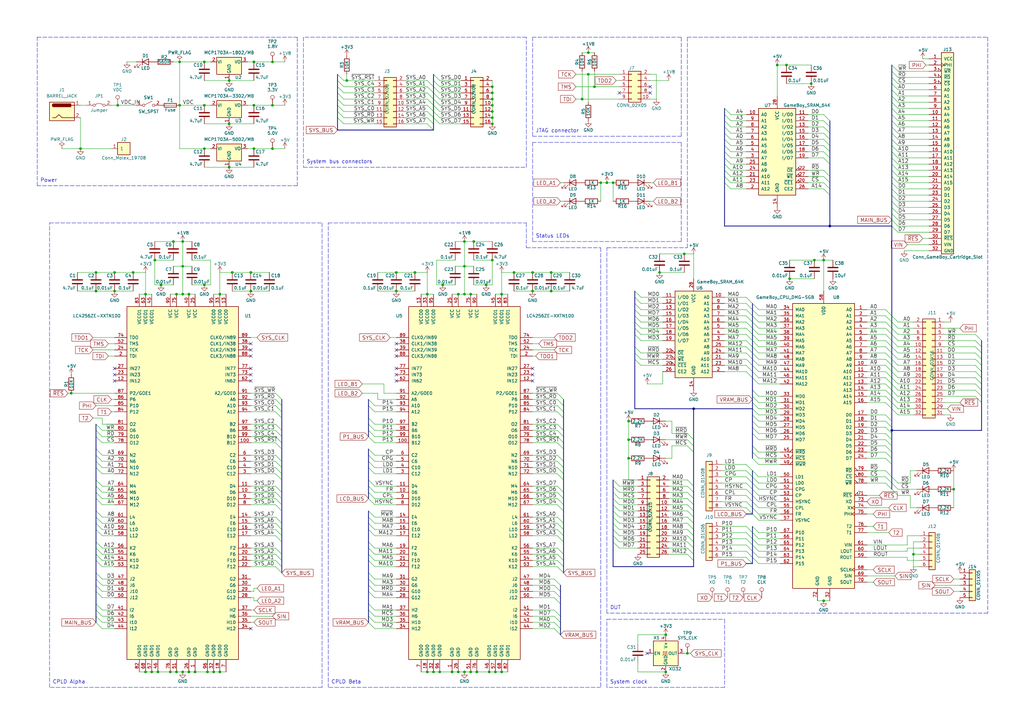
<source format=kicad_sch>
(kicad_sch (version 20211123) (generator eeschema)
  (paper "A3")
  (title_block (title "GB-BENCH-G1") (rev "v1.0") (company "https://gekkio.fi"))
  (junction (at 90.17 120.65))
  (junction (at 85.09 275.59))
  (junction (at 74.93 275.59))
  (junction (at 181.61 116.84))
  (junction (at 46.99 119.38))
  (junction (at 190.5 109.22))
  (junction (at 241.3 21.59))
  (junction (at 391.16 200.66))
  (junction (at 203.2 275.59))
  (junction (at 39.37 119.38))
  (junction (at 337.82 106.68))
  (junction (at 83.82 43.18))
  (junction (at 280.67 104.14))
  (junction (at 187.96 120.65))
  (junction (at 322.58 26.67))
  (junction (at 64.77 275.59))
  (junction (at 80.01 275.59))
  (junction (at 281.94 267.97))
  (junction (at 365.76 176.53))
  (junction (at 246.38 74.93))
  (junction (at 162.56 119.38))
  (junction (at 201.93 45.72))
  (junction (at 337.82 246.38))
  (junction (at 74.93 120.65))
  (junction (at 193.04 120.65))
  (junction (at 102.87 111.76))
  (junction (at 218.44 119.38))
  (junction (at 73.66 43.18))
  (junction (at 205.74 275.59))
  (junction (at 201.93 50.8))
  (junction (at 142.24 33.02))
  (junction (at 284.48 167.64))
  (junction (at 74.93 109.22))
  (junction (at 201.93 40.64))
  (junction (at 90.17 275.59))
  (junction (at 201.93 106.68))
  (junction (at 201.93 43.18))
  (junction (at 194.31 99.06))
  (junction (at 185.42 275.59))
  (junction (at 48.26 43.18))
  (junction (at 69.85 275.59))
  (junction (at 201.93 38.1))
  (junction (at 218.44 111.76))
  (junction (at 63.5 106.68))
  (junction (at 199.39 116.84))
  (junction (at 190.5 99.06))
  (junction (at 104.14 60.96))
  (junction (at 187.96 275.59))
  (junction (at 71.12 99.06))
  (junction (at 177.8 275.59))
  (junction (at 248.92 74.93))
  (junction (at 72.39 275.59))
  (junction (at 200.66 275.59))
  (junction (at 102.87 119.38))
  (junction (at 95.25 111.76))
  (junction (at 226.06 119.38))
  (junction (at 162.56 111.76))
  (junction (at 210.82 111.76))
  (junction (at 74.93 99.06))
  (junction (at 273.05 260.35))
  (junction (at 251.46 74.93))
  (junction (at 243.84 35.56))
  (junction (at 83.82 116.84))
  (junction (at 93.98 50.8))
  (junction (at 193.04 275.59))
  (junction (at 87.63 275.59))
  (junction (at 46.99 111.76))
  (junction (at 83.82 25.4))
  (junction (at 62.23 275.59))
  (junction (at 29.21 161.29))
  (junction (at 39.37 111.76))
  (junction (at 340.36 92.71))
  (junction (at 332.74 34.29))
  (junction (at 104.14 43.18))
  (junction (at 93.98 68.58))
  (junction (at 201.93 35.56))
  (junction (at 180.34 275.59))
  (junction (at 111.76 43.18))
  (junction (at 241.3 30.48))
  (junction (at 93.98 33.02))
  (junction (at 318.77 26.67))
  (junction (at 33.02 60.96))
  (junction (at 257.81 172.72))
  (junction (at 77.47 275.59))
  (junction (at 270.51 111.76))
  (junction (at 66.04 116.84))
  (junction (at 374.65 227.33))
  (junction (at 73.66 25.4))
  (junction (at 111.76 60.96))
  (junction (at 190.5 120.65))
  (junction (at 257.81 180.34))
  (junction (at 77.47 120.65))
  (junction (at 111.76 25.4))
  (junction (at 175.26 275.59))
  (junction (at 190.5 275.59))
  (junction (at 72.39 120.65))
  (junction (at 104.14 25.4))
  (junction (at 273.05 275.59))
  (junction (at 201.93 48.26))
  (junction (at 175.26 120.65))
  (junction (at 205.74 120.65))
  (junction (at 226.06 111.76))
  (junction (at 257.81 187.96))
  (junction (at 323.85 114.3))
  (junction (at 59.69 275.59))
  (junction (at 59.69 120.65))
  (junction (at 54.61 111.76))
  (junction (at 170.18 111.76))
  (junction (at 334.01 106.68))
  (junction (at 238.76 40.64))
  (junction (at 83.82 60.96))
  (junction (at 195.58 275.59))
  (no_connect (at 102.87 257.81))
  (no_connect (at 102.87 140.97))
  (no_connect (at 46.99 151.13))
  (no_connect (at 162.56 151.13))
  (no_connect (at 162.56 146.05))
  (no_connect (at 102.87 151.13))
  (no_connect (at 46.99 153.67))
  (no_connect (at 162.56 143.51))
  (no_connect (at 46.99 156.21))
  (no_connect (at 162.56 153.67))
  (no_connect (at 266.7 38.1))
  (no_connect (at 102.87 143.51))
  (no_connect (at 162.56 156.21))
  (no_connect (at 218.44 156.21))
  (no_connect (at 266.7 35.56))
  (no_connect (at 102.87 153.67))
  (no_connect (at 102.87 156.21))
  (no_connect (at 102.87 146.05))
  (no_connect (at 218.44 153.67))
  (no_connect (at 254 38.1))
  (no_connect (at 218.44 151.13))
  (no_connect (at 162.56 140.97))
  (no_connect (at 265.43 267.97))
  (bus_entry (at 297.18 49.53) (size 2.54 2.54))
  (bus_entry (at 151.13 212.09) (size 2.54 2.54))
  (bus_entry (at 337.82 74.93) (size 2.54 2.54))
  (bus_entry (at 228.6 168.91) (size 2.54 2.54))
  (bus_entry (at 337.82 62.23) (size 2.54 2.54))
  (bus_entry (at 365.76 67.31) (size 2.54 2.54))
  (bus_entry (at 251.46 219.71) (size 2.54 2.54))
  (bus_entry (at 228.6 191.77) (size 2.54 2.54))
  (bus_entry (at 281.94 227.33) (size 2.54 2.54))
  (bus_entry (at 306.07 142.24) (size 2.54 2.54))
  (bus_entry (at 260.35 121.92) (size 2.54 2.54))
  (bus_entry (at 39.37 201.93) (size 2.54 2.54))
  (bus_entry (at 227.33 242.57) (size 2.54 2.54))
  (bus_entry (at 175.26 43.18) (size 2.54 2.54))
  (bus_entry (at 227.33 257.81) (size 2.54 2.54))
  (bus_entry (at 151.13 255.27) (size 2.54 2.54))
  (bus_entry (at 251.46 222.25) (size 2.54 2.54))
  (bus_entry (at 228.6 207.01) (size 2.54 2.54))
  (bus_entry (at 308.61 175.26) (size 2.54 2.54))
  (bus_entry (at 400.05 149.86) (size 2.54 2.54))
  (bus_entry (at 297.18 62.23) (size 2.54 2.54))
  (bus_entry (at 365.76 142.24) (size 2.54 2.54))
  (bus_entry (at 151.13 199.39) (size 2.54 2.54))
  (bus_entry (at 39.37 189.23) (size 2.54 2.54))
  (bus_entry (at 363.22 187.96) (size 2.54 2.54))
  (bus_entry (at 113.03 166.37) (size 2.54 2.54))
  (bus_entry (at 39.37 247.65) (size 2.54 2.54))
  (bus_entry (at 228.6 181.61) (size 2.54 2.54))
  (bus_entry (at 39.37 186.69) (size 2.54 2.54))
  (bus_entry (at 151.13 184.15) (size 2.54 2.54))
  (bus_entry (at 281.94 201.93) (size 2.54 2.54))
  (bus_entry (at 308.61 185.42) (size 2.54 2.54))
  (bus_entry (at 228.6 227.33) (size 2.54 2.54))
  (bus_entry (at 365.76 162.56) (size 2.54 2.54))
  (bus_entry (at 113.03 163.83) (size 2.54 2.54))
  (bus_entry (at 308.61 144.78) (size 2.54 2.54))
  (bus_entry (at 177.8 40.64) (size 2.54 2.54))
  (bus_entry (at 308.61 139.7) (size 2.54 2.54))
  (bus_entry (at 281.94 214.63) (size 2.54 2.54))
  (bus_entry (at 297.18 52.07) (size 2.54 2.54))
  (bus_entry (at 306.07 152.4) (size 2.54 2.54))
  (bus_entry (at 281.94 204.47) (size 2.54 2.54))
  (bus_entry (at 306.07 203.2) (size 2.54 2.54))
  (bus_entry (at 151.13 163.83) (size 2.54 2.54))
  (bus_entry (at 251.46 214.63) (size 2.54 2.54))
  (bus_entry (at 228.6 217.17) (size 2.54 2.54))
  (bus_entry (at 308.61 124.46) (size 2.54 2.54))
  (bus_entry (at 151.13 237.49) (size 2.54 2.54))
  (bus_entry (at 365.76 90.17) (size 2.54 2.54))
  (bus_entry (at 365.76 72.39) (size 2.54 2.54))
  (bus_entry (at 365.76 49.53) (size 2.54 2.54))
  (bus_entry (at 365.76 129.54) (size 2.54 2.54))
  (bus_entry (at 260.35 144.78) (size 2.54 2.54))
  (bus_entry (at 251.46 199.39) (size 2.54 2.54))
  (bus_entry (at 400.05 147.32) (size 2.54 2.54))
  (bus_entry (at 308.61 177.8) (size 2.54 2.54))
  (bus_entry (at 308.61 137.16) (size 2.54 2.54))
  (bus_entry (at 306.07 220.98) (size 2.54 2.54))
  (bus_entry (at 306.07 190.5) (size 2.54 2.54))
  (bus_entry (at 306.07 215.9) (size 2.54 2.54))
  (bus_entry (at 39.37 227.33) (size 2.54 2.54))
  (bus_entry (at 365.76 198.12) (size 2.54 2.54))
  (bus_entry (at 260.35 142.24) (size 2.54 2.54))
  (bus_entry (at 151.13 166.37) (size 2.54 2.54))
  (bus_entry (at 308.61 208.28) (size 2.54 2.54))
  (bus_entry (at 175.26 40.64) (size 2.54 2.54))
  (bus_entry (at 39.37 252.73) (size 2.54 2.54))
  (bus_entry (at 365.76 152.4) (size 2.54 2.54))
  (bus_entry (at 363.22 129.54) (size 2.54 2.54))
  (bus_entry (at 39.37 224.79) (size 2.54 2.54))
  (bus_entry (at 177.8 33.02) (size 2.54 2.54))
  (bus_entry (at 308.61 223.52) (size 2.54 2.54))
  (bus_entry (at 281.94 222.25) (size 2.54 2.54))
  (bus_entry (at 39.37 209.55) (size 2.54 2.54))
  (bus_entry (at 306.07 195.58) (size 2.54 2.54))
  (bus_entry (at 297.18 67.31) (size 2.54 2.54))
  (bus_entry (at 363.22 127) (size 2.54 2.54))
  (bus_entry (at 363.22 160.02) (size 2.54 2.54))
  (bus_entry (at 297.18 59.69) (size 2.54 2.54))
  (bus_entry (at 113.03 176.53) (size 2.54 2.54))
  (bus_entry (at 365.76 139.7) (size 2.54 2.54))
  (bus_entry (at 260.35 124.46) (size 2.54 2.54))
  (bus_entry (at 151.13 186.69) (size 2.54 2.54))
  (bus_entry (at 281.94 182.88) (size 2.54 2.54))
  (bus_entry (at 151.13 209.55) (size 2.54 2.54))
  (bus_entry (at 113.03 212.09) (size 2.54 2.54))
  (bus_entry (at 306.07 124.46) (size 2.54 2.54))
  (bus_entry (at 113.03 219.71) (size 2.54 2.54))
  (bus_entry (at 113.03 207.01) (size 2.54 2.54))
  (bus_entry (at 308.61 218.44) (size 2.54 2.54))
  (bus_entry (at 39.37 196.85) (size 2.54 2.54))
  (bus_entry (at 228.6 219.71) (size 2.54 2.54))
  (bus_entry (at 363.22 185.42) (size 2.54 2.54))
  (bus_entry (at 228.6 224.79) (size 2.54 2.54))
  (bus_entry (at 308.61 167.64) (size 2.54 2.54))
  (bus_entry (at 363.22 170.18) (size 2.54 2.54))
  (bus_entry (at 113.03 161.29) (size 2.54 2.54))
  (bus_entry (at 400.05 152.4) (size 2.54 2.54))
  (bus_entry (at 363.22 154.94) (size 2.54 2.54))
  (bus_entry (at 297.18 44.45) (size 2.54 2.54))
  (bus_entry (at 228.6 229.87) (size 2.54 2.54))
  (bus_entry (at 306.07 193.04) (size 2.54 2.54))
  (bus_entry (at 308.61 172.72) (size 2.54 2.54))
  (bus_entry (at 337.82 69.85) (size 2.54 2.54))
  (bus_entry (at 308.61 195.58) (size 2.54 2.54))
  (bus_entry (at 251.46 212.09) (size 2.54 2.54))
  (bus_entry (at 251.46 204.47) (size 2.54 2.54))
  (bus_entry (at 297.18 69.85) (size 2.54 2.54))
  (bus_entry (at 113.03 217.17) (size 2.54 2.54))
  (bus_entry (at 337.82 46.99) (size 2.54 2.54))
  (bus_entry (at 365.76 26.67) (size 2.54 2.54))
  (bus_entry (at 308.61 203.2) (size 2.54 2.54))
  (bus_entry (at 365.76 52.07) (size 2.54 2.54))
  (bus_entry (at 306.07 121.92) (size 2.54 2.54))
  (bus_entry (at 113.03 191.77) (size 2.54 2.54))
  (bus_entry (at 365.76 59.69) (size 2.54 2.54))
  (bus_entry (at 308.61 215.9) (size 2.54 2.54))
  (bus_entry (at 151.13 240.03) (size 2.54 2.54))
  (bus_entry (at 308.61 152.4) (size 2.54 2.54))
  (bus_entry (at 365.76 134.62) (size 2.54 2.54))
  (bus_entry (at 113.03 181.61) (size 2.54 2.54))
  (bus_entry (at 228.6 212.09) (size 2.54 2.54))
  (bus_entry (at 151.13 191.77) (size 2.54 2.54))
  (bus_entry (at 308.61 154.94) (size 2.54 2.54))
  (bus_entry (at 363.22 172.72) (size 2.54 2.54))
  (bus_entry (at 260.35 127) (size 2.54 2.54))
  (bus_entry (at 306.07 198.12) (size 2.54 2.54))
  (bus_entry (at 228.6 166.37) (size 2.54 2.54))
  (bus_entry (at 365.76 160.02) (size 2.54 2.54))
  (bus_entry (at 260.35 119.38) (size 2.54 2.54))
  (bus_entry (at 227.33 245.11) (size 2.54 2.54))
  (bus_entry (at 260.35 129.54) (size 2.54 2.54))
  (bus_entry (at 227.33 255.27) (size 2.54 2.54))
  (bus_entry (at 363.22 142.24) (size 2.54 2.54))
  (bus_entry (at 363.22 144.78) (size 2.54 2.54))
  (bus_entry (at 175.26 38.1) (size 2.54 2.54))
  (bus_entry (at 306.07 205.74) (size 2.54 2.54))
  (bus_entry (at 251.46 201.93) (size 2.54 2.54))
  (bus_entry (at 365.76 85.09) (size 2.54 2.54))
  (bus_entry (at 113.03 204.47) (size 2.54 2.54))
  (bus_entry (at 281.94 219.71) (size 2.54 2.54))
  (bus_entry (at 400.05 144.78) (size 2.54 2.54))
  (bus_entry (at 39.37 234.95) (size 2.54 2.54))
  (bus_entry (at 297.18 72.39) (size 2.54 2.54))
  (bus_entry (at 363.22 132.08) (size 2.54 2.54))
  (bus_entry (at 113.03 179.07) (size 2.54 2.54))
  (bus_entry (at 400.05 157.48) (size 2.54 2.54))
  (bus_entry (at 306.07 228.6) (size 2.54 2.54))
  (bus_entry (at 365.76 195.58) (size 2.54 2.54))
  (bus_entry (at 365.76 149.86) (size 2.54 2.54))
  (bus_entry (at 363.22 137.16) (size 2.54 2.54))
  (bus_entry (at 228.6 176.53) (size 2.54 2.54))
  (bus_entry (at 151.13 252.73) (size 2.54 2.54))
  (bus_entry (at 228.6 194.31) (size 2.54 2.54))
  (bus_entry (at 177.8 48.26) (size 2.54 2.54))
  (bus_entry (at 281.94 180.34) (size 2.54 2.54))
  (bus_entry (at 39.37 222.25) (size 2.54 2.54))
  (bus_entry (at 365.76 147.32) (size 2.54 2.54))
  (bus_entry (at 308.61 149.86) (size 2.54 2.54))
  (bus_entry (at 39.37 191.77) (size 2.54 2.54))
  (bus_entry (at 260.35 147.32) (size 2.54 2.54))
  (bus_entry (at 260.35 134.62) (size 2.54 2.54))
  (bus_entry (at 365.76 64.77) (size 2.54 2.54))
  (bus_entry (at 363.22 134.62) (size 2.54 2.54))
  (bus_entry (at 297.18 54.61) (size 2.54 2.54))
  (bus_entry (at 308.61 228.6) (size 2.54 2.54))
  (bus_entry (at 175.26 35.56) (size 2.54 2.54))
  (bus_entry (at 306.07 127) (size 2.54 2.54))
  (bus_entry (at 281.94 212.09) (size 2.54 2.54))
  (bus_entry (at 297.18 46.99) (size 2.54 2.54))
  (bus_entry (at 39.37 212.09) (size 2.54 2.54))
  (bus_entry (at 228.6 201.93) (size 2.54 2.54))
  (bus_entry (at 308.61 162.56) (size 2.54 2.54))
  (bus_entry (at 151.13 171.45) (size 2.54 2.54))
  (bus_entry (at 227.33 252.73) (size 2.54 2.54))
  (bus_entry (at 308.61 198.12) (size 2.54 2.54))
  (bus_entry (at 308.61 170.18) (size 2.54 2.54))
  (bus_entry (at 39.37 173.99) (size 2.54 2.54))
  (bus_entry (at 227.33 240.03) (size 2.54 2.54))
  (bus_entry (at 113.03 229.87) (size 2.54 2.54))
  (bus_entry (at 363.22 175.26) (size 2.54 2.54))
  (bus_entry (at 138.43 40.64) (size 2.54 2.54))
  (bus_entry (at 306.07 149.86) (size 2.54 2.54))
  (bus_entry (at 400.05 137.16) (size 2.54 2.54))
  (bus_entry (at 297.18 57.15) (size 2.54 2.54))
  (bus_entry (at 306.07 208.28) (size 2.54 2.54))
  (bus_entry (at 365.76 144.78) (size 2.54 2.54))
  (bus_entry (at 308.61 226.06) (size 2.54 2.54))
  (bus_entry (at 228.6 163.83) (size 2.54 2.54))
  (bus_entry (at 308.61 205.74) (size 2.54 2.54))
  (bus_entry (at 365.76 36.83) (size 2.54 2.54))
  (bus_entry (at 151.13 222.25) (size 2.54 2.54))
  (bus_entry (at 281.94 217.17) (size 2.54 2.54))
  (bus_entry (at 138.43 45.72) (size 2.54 2.54))
  (bus_entry (at 365.76 167.64) (size 2.54 2.54))
  (bus_entry (at 251.46 209.55) (size 2.54 2.54))
  (bus_entry (at 308.61 134.62) (size 2.54 2.54))
  (bus_entry (at 308.61 129.54) (size 2.54 2.54))
  (bus_entry (at 365.76 137.16) (size 2.54 2.54))
  (bus_entry (at 281.94 196.85) (size 2.54 2.54))
  (bus_entry (at 39.37 242.57) (size 2.54 2.54))
  (bus_entry (at 363.22 162.56) (size 2.54 2.54))
  (bus_entry (at 39.37 255.27) (size 2.54 2.54))
  (bus_entry (at 138.43 33.02) (size 2.54 2.54))
  (bus_entry (at 308.61 127) (size 2.54 2.54))
  (bus_entry (at 151.13 234.95) (size 2.54 2.54))
  (bus_entry (at 363.22 149.86) (size 2.54 2.54))
  (bus_entry (at 151.13 201.93) (size 2.54 2.54))
  (bus_entry (at 39.37 217.17) (size 2.54 2.54))
  (bus_entry (at 363.22 180.34) (size 2.54 2.54))
  (bus_entry (at 337.82 54.61) (size 2.54 2.54))
  (bus_entry (at 306.07 226.06) (size 2.54 2.54))
  (bus_entry (at 306.07 223.52) (size 2.54 2.54))
  (bus_entry (at 151.13 229.87) (size 2.54 2.54))
  (bus_entry (at 337.82 59.69) (size 2.54 2.54))
  (bus_entry (at 363.22 195.58) (size 2.54 2.54))
  (bus_entry (at 308.61 220.98) (size 2.54 2.54))
  (bus_entry (at 151.13 176.53) (size 2.54 2.54))
  (bus_entry (at 365.76 157.48) (size 2.54 2.54))
  (bus_entry (at 228.6 179.07) (size 2.54 2.54))
  (bus_entry (at 365.76 31.75) (size 2.54 2.54))
  (bus_entry (at 365.76 29.21) (size 2.54 2.54))
  (bus_entry (at 177.8 43.18) (size 2.54 2.54))
  (bus_entry (at 400.05 160.02) (size 2.54 2.54))
  (bus_entry (at 260.35 132.08) (size 2.54 2.54))
  (bus_entry (at 260.35 137.16) (size 2.54 2.54))
  (bus_entry (at 39.37 250.19) (size 2.54 2.54))
  (bus_entry (at 177.8 35.56) (size 2.54 2.54))
  (bus_entry (at 113.03 186.69) (size 2.54 2.54))
  (bus_entry (at 365.76 154.94) (size 2.54 2.54))
  (bus_entry (at 337.82 52.07) (size 2.54 2.54))
  (bus_entry (at 151.13 204.47) (size 2.54 2.54))
  (bus_entry (at 228.6 186.69) (size 2.54 2.54))
  (bus_entry (at 281.94 177.8) (size 2.54 2.54))
  (bus_entry (at 363.22 193.04) (size 2.54 2.54))
  (bus_entry (at 281.94 199.39) (size 2.54 2.54))
  (bus_entry (at 39.37 199.39) (size 2.54 2.54))
  (bus_entry (at 39.37 184.15) (size 2.54 2.54))
  (bus_entry (at 297.18 64.77) (size 2.54 2.54))
  (bus_entry (at 151.13 242.57) (size 2.54 2.54))
  (bus_entry (at 308.61 147.32) (size 2.54 2.54))
  (bus_entry (at 308.61 165.1) (size 2.54 2.54))
  (bus_entry (at 337.82 57.15) (size 2.54 2.54))
  (bus_entry (at 308.61 182.88) (size 2.54 2.54))
  (bus_entry (at 308.61 210.82) (size 2.54 2.54))
  (bus_entry (at 365.76 62.23) (size 2.54 2.54))
  (bus_entry (at 400.05 162.56) (size 2.54 2.54))
  (bus_entry (at 308.61 193.04) (size 2.54 2.54))
  (bus_entry (at 151.13 173.99) (size 2.54 2.54))
  (bus_entry (at 228.6 204.47) (size 2.54 2.54))
  (bus_entry (at 227.33 250.19) (size 2.54 2.54))
  (bus_entry (at 337.82 64.77) (size 2.54 2.54))
  (bus_entry (at 228.6 173.99) (size 2.54 2.54))
  (bus_entry (at 281.94 209.55) (size 2.54 2.54))
  (bus_entry (at 306.07 129.54) (size 2.54 2.54))
  (bus_entry (at 175.26 48.26) (size 2.54 2.54))
  (bus_entry (at 365.76 69.85) (size 2.54 2.54))
  (bus_entry (at 113.03 232.41) (size 2.54 2.54))
  (bus_entry (at 308.61 160.02) (size 2.54 2.54))
  (bus_entry (at 363.22 147.32) (size 2.54 2.54))
  (bus_entry (at 365.76 82.55) (size 2.54 2.54))
  (bus_entry (at 365.76 44.45) (size 2.54 2.54))
  (bus_entry (at 337.82 72.39) (size 2.54 2.54))
  (bus_entry (at 365.76 57.15) (size 2.54 2.54))
  (bus_entry (at 365.76 87.63) (size 2.54 2.54))
  (bus_entry (at 400.05 142.24) (size 2.54 2.54))
  (bus_entry (at 177.8 30.48) (size 2.54 2.54))
  (bus_entry (at 138.43 43.18) (size 2.54 2.54))
  (bus_entry (at 363.22 152.4) (size 2.54 2.54))
  (bus_entry (at 337.82 77.47) (size 2.54 2.54))
  (bus_entry (at 151.13 250.19) (size 2.54 2.54))
  (bus_entry (at 138.43 48.26) (size 2.54 2.54))
  (bus_entry (at 365.76 132.08) (size 2.54 2.54))
  (bus_entry (at 113.03 168.91) (size 2.54 2.54))
  (bus_entry (at 400.05 139.7) (size 2.54 2.54))
  (bus_entry (at 151.13 247.65) (size 2.54 2.54))
  (bus_entry (at 365.76 41.91) (size 2.54 2.54))
  (bus_entry (at 365.76 92.71) (size 2.54 2.54))
  (bus_entry (at 151.13 217.17) (size 2.54 2.54))
  (bus_entry (at 306.07 200.66) (size 2.54 2.54))
  (bus_entry (at 251.46 196.85) (size 2.54 2.54))
  (bus_entry (at 308.61 200.66) (size 2.54 2.54))
  (bus_entry (at 113.03 227.33) (size 2.54 2.54))
  (bus_entry (at 228.6 161.29) (size 2.54 2.54))
  (bus_entry (at 365.76 34.29) (size 2.54 2.54))
  (bus_entry (at 113.03 214.63) (size 2.54 2.54))
  (bus_entry (at 151.13 189.23) (size 2.54 2.54))
  (bus_entry (at 228.6 232.41) (size 2.54 2.54))
  (bus_entry (at 113.03 201.93) (size 2.54 2.54))
  (bus_entry (at 227.33 237.49) (size 2.54 2.54))
  (bus_entry (at 281.94 224.79) (size 2.54 2.54))
  (bus_entry (at 39.37 214.63) (size 2.54 2.54))
  (bus_entry (at 306.07 147.32) (size 2.54 2.54))
  (bus_entry (at 365.76 77.47) (size 2.54 2.54))
  (bus_entry (at 363.22 165.1) (size 2.54 2.54))
  (bus_entry (at 151.13 196.85) (size 2.54 2.54))
  (bus_entry (at 39.37 240.03) (size 2.54 2.54))
  (bus_entry (at 365.76 200.66) (size 2.54 2.54))
  (bus_entry (at 363.22 139.7) (size 2.54 2.54))
  (bus_entry (at 151.13 179.07) (size 2.54 2.54))
  (bus_entry (at 113.03 194.31) (size 2.54 2.54))
  (bus_entry (at 365.76 46.99) (size 2.54 2.54))
  (bus_entry (at 177.8 45.72) (size 2.54 2.54))
  (bus_entry (at 306.07 137.16) (size 2.54 2.54))
  (bus_entry (at 39.37 229.87) (size 2.54 2.54))
  (bus_entry (at 306.07 134.62) (size 2.54 2.54))
  (bus_entry (at 363.22 157.48) (size 2.54 2.54))
  (bus_entry (at 363.22 198.12) (size 2.54 2.54))
  (bus_entry (at 306.07 218.44) (size 2.54 2.54))
  (bus_entry (at 151.13 227.33) (size 2.54 2.54))
  (bus_entry (at 306.07 132.08) (size 2.54 2.54))
  (bus_entry (at 363.22 177.8) (size 2.54 2.54))
  (bus_entry (at 228.6 214.63) (size 2.54 2.54))
  (bus_entry (at 39.37 237.49) (size 2.54 2.54))
  (bus_entry (at 308.61 142.24) (size 2.54 2.54))
  (bus_entry (at 306.07 139.7) (size 2.54 2.54))
  (bus_entry (at 113.03 173.99) (size 2.54 2.54))
  (bus_entry (at 39.37 179.07) (size 2.54 2.54))
  (bus_entry (at 281.94 207.01) (size 2.54 2.54))
  (bus_entry (at 365.76 74.93) (size 2.54 2.54))
  (bus_entry (at 113.03 224.79) (size 2.54 2.54))
  (bus_entry (at 177.8 38.1) (size 2.54 2.54))
  (bus_entry (at 251.46 207.01) (size 2.54 2.54))
  (bus_entry (at 251.46 217.17) (size 2.54 2.54))
  (bus_entry (at 151.13 214.63) (size 2.54 2.54))
  (bus_entry (at 151.13 224.79) (size 2.54 2.54))
  (bus_entry (at 365.76 39.37) (size 2.54 2.54))
  (bus_entry (at 39.37 176.53) (size 2.54 2.54))
  (bus_entry (at 308.61 187.96) (size 2.54 2.54))
  (bus_entry (at 175.26 33.02) (size 2.54 2.54))
  (bus_entry (at 138.43 35.56) (size 2.54 2.54))
  (bus_entry (at 308.61 132.08) (size 2.54 2.54))
  (bus_entry (at 175.26 45.72) (size 2.54 2.54))
  (bus_entry (at 113.03 199.39) (size 2.54 2.54))
  (bus_entry (at 175.26 50.8) (size 2.54 2.54))
  (bus_entry (at 365.76 80.01) (size 2.54 2.54))
  (bus_entry (at 113.03 189.23) (size 2.54 2.54))
  (bus_entry (at 228.6 199.39) (size 2.54 2.54))
  (bus_entry (at 306.07 144.78) (size 2.54 2.54))
  (bus_entry (at 337.82 49.53) (size 2.54 2.54))
  (bus_entry (at 39.37 204.47) (size 2.54 2.54))
  (bus_entry (at 297.18 74.93) (size 2.54 2.54))
  (bus_entry (at 228.6 189.23) (size 2.54 2.54))
  (bus_entry (at 138.43 30.48) (size 2.54 2.54))
  (bus_entry (at 365.76 54.61) (size 2.54 2.54))
  (bus_entry (at 363.22 182.88) (size 2.54 2.54))
  (bus_entry (at 138.43 38.1) (size 2.54 2.54))
  (bus_entry (at 400.05 154.94) (size 2.54 2.54))
  (bus_entry (at 365.76 165.1) (size 2.54 2.54))
  (wire (pts (xy 64.77 275.59) (xy 69.85 275.59)))
  (bus (pts (xy 231.14 207.01) (xy 231.14 209.55)))
  (wire (pts (xy 218.44 240.03) (xy 227.33 240.03)))
  (wire (pts (xy 320.04 203.2) (xy 311.15 203.2)))
  (wire (pts (xy 355.6 182.88) (xy 363.22 182.88)))
  (wire (pts (xy 162.56 217.17) (xy 153.67 217.17)))
  (polyline (pts (xy 248.92 281.94) (xy 248.92 254)))
  (bus (pts (xy 260.35 127) (xy 260.35 129.54)))
  (wire (pts (xy 90.17 111.76) (xy 95.25 111.76)))
  (wire (pts (xy 73.66 43.18) (xy 73.66 60.96)))
  (bus (pts (xy 402.59 160.02) (xy 402.59 162.56)))
  (wire (pts (xy 306.07 49.53) (xy 299.72 49.53)))
  (bus (pts (xy 365.76 36.83) (xy 365.76 39.37)))
  (wire (pts (xy 57.15 120.65) (xy 59.69 120.65)))
  (polyline (pts (xy 15.24 15.24) (xy 121.92 15.24)))
  (wire (pts (xy 381 31.75) (xy 368.3 31.75)))
  (bus (pts (xy 308.61 149.86) (xy 308.61 152.4)))
  (wire (pts (xy 218.44 219.71) (xy 228.6 219.71)))
  (bus (pts (xy 308.61 147.32) (xy 308.61 149.86)))
  (wire (pts (xy 261.62 217.17) (xy 254 217.17)))
  (wire (pts (xy 331.47 72.39) (xy 337.82 72.39)))
  (bus (pts (xy 251.46 204.47) (xy 251.46 207.01)))
  (wire (pts (xy 175.26 120.65) (xy 177.8 120.65)))
  (polyline (pts (xy 134.62 281.94) (xy 134.62 91.44)))
  (wire (pts (xy 281.94 267.97) (xy 283.21 267.97)))
  (wire (pts (xy 218.44 232.41) (xy 228.6 232.41)))
  (bus (pts (xy 177.8 30.48) (xy 177.8 33.02)))
  (bus (pts (xy 308.61 175.26) (xy 308.61 177.8)))
  (wire (pts (xy 162.56 189.23) (xy 153.67 189.23)))
  (wire (pts (xy 162.56 255.27) (xy 153.67 255.27)))
  (wire (pts (xy 78.74 116.84) (xy 83.82 116.84)))
  (wire (pts (xy 218.44 176.53) (xy 228.6 176.53)))
  (wire (pts (xy 218.44 119.38) (xy 226.06 119.38)))
  (polyline (pts (xy 218.44 55.88) (xy 279.4 55.88)))
  (wire (pts (xy 295.91 190.5) (xy 306.07 190.5)))
  (wire (pts (xy 62.23 275.59) (xy 64.77 275.59)))
  (wire (pts (xy 281.94 177.8) (xy 275.59 177.8)))
  (bus (pts (xy 340.36 54.61) (xy 340.36 57.15)))
  (bus (pts (xy 231.14 232.41) (xy 231.14 234.95)))
  (wire (pts (xy 355.6 149.86) (xy 363.22 149.86)))
  (wire (pts (xy 381 36.83) (xy 368.3 36.83)))
  (wire (pts (xy 261.62 199.39) (xy 254 199.39)))
  (wire (pts (xy 381 54.61) (xy 368.3 54.61)))
  (bus (pts (xy 308.61 218.44) (xy 308.61 220.98)))
  (wire (pts (xy 261.62 207.01) (xy 254 207.01)))
  (wire (pts (xy 201.93 33.02) (xy 201.93 35.56)))
  (wire (pts (xy 102.87 227.33) (xy 113.03 227.33)))
  (bus (pts (xy 365.76 152.4) (xy 365.76 154.94)))
  (wire (pts (xy 102.87 138.43) (xy 105.41 138.43)))
  (wire (pts (xy 355.6 162.56) (xy 363.22 162.56)))
  (wire (pts (xy 248.92 74.93) (xy 251.46 74.93)))
  (bus (pts (xy 260.35 124.46) (xy 260.35 127)))
  (wire (pts (xy 142.24 33.02) (xy 153.67 33.02)))
  (wire (pts (xy 387.35 160.02) (xy 400.05 160.02)))
  (wire (pts (xy 393.7 240.03) (xy 383.54 240.03)))
  (wire (pts (xy 355.6 165.1) (xy 363.22 165.1)))
  (bus (pts (xy 115.57 189.23) (xy 115.57 191.77)))
  (wire (pts (xy 320.04 208.28) (xy 311.15 208.28)))
  (bus (pts (xy 138.43 33.02) (xy 138.43 35.56)))
  (wire (pts (xy 46.99 189.23) (xy 41.91 189.23)))
  (bus (pts (xy 260.35 121.92) (xy 260.35 124.46)))
  (wire (pts (xy 162.56 224.79) (xy 153.67 224.79)))
  (wire (pts (xy 381 80.01) (xy 368.3 80.01)))
  (wire (pts (xy 46.99 252.73) (xy 41.91 252.73)))
  (wire (pts (xy 257.81 196.85) (xy 261.62 196.85)))
  (wire (pts (xy 306.07 67.31) (xy 299.72 67.31)))
  (bus (pts (xy 231.14 179.07) (xy 231.14 181.61)))
  (bus (pts (xy 151.13 176.53) (xy 151.13 179.07)))
  (wire (pts (xy 387.35 162.56) (xy 400.05 162.56)))
  (wire (pts (xy 162.56 245.11) (xy 153.67 245.11)))
  (bus (pts (xy 39.37 212.09) (xy 39.37 214.63)))
  (wire (pts (xy 320.04 149.86) (xy 311.15 149.86)))
  (wire (pts (xy 83.82 25.4) (xy 86.36 25.4)))
  (wire (pts (xy 320.04 152.4) (xy 311.15 152.4)))
  (bus (pts (xy 308.61 177.8) (xy 308.61 182.88)))
  (wire (pts (xy 381 24.13) (xy 378.46 24.13)))
  (bus (pts (xy 308.61 203.2) (xy 308.61 205.74)))
  (bus (pts (xy 39.37 234.95) (xy 39.37 237.49)))
  (wire (pts (xy 46.99 181.61) (xy 41.91 181.61)))
  (bus (pts (xy 231.14 166.37) (xy 231.14 168.91)))
  (wire (pts (xy 306.07 62.23) (xy 299.72 62.23)))
  (wire (pts (xy 63.5 106.68) (xy 63.5 116.84)))
  (wire (pts (xy 374.65 227.33) (xy 374.65 232.41)))
  (wire (pts (xy 368.3 203.2) (xy 373.38 203.2)))
  (bus (pts (xy 365.76 31.75) (xy 365.76 34.29)))
  (bus (pts (xy 365.76 176.53) (xy 365.76 177.8)))
  (polyline (pts (xy 215.9 68.58) (xy 215.9 15.24)))
  (polyline (pts (xy 215.9 91.44) (xy 215.9 101.6)))
  (bus (pts (xy 251.46 219.71) (xy 251.46 222.25)))
  (wire (pts (xy 205.74 120.65) (xy 208.28 120.65)))
  (wire (pts (xy 157.48 161.29) (xy 157.48 157.48)))
  (wire (pts (xy 166.37 45.72) (xy 175.26 45.72)))
  (wire (pts (xy 257.81 172.72) (xy 257.81 180.34)))
  (bus (pts (xy 39.37 196.85) (xy 39.37 199.39)))
  (bus (pts (xy 251.46 222.25) (xy 251.46 232.41)))
  (wire (pts (xy 218.44 250.19) (xy 227.33 250.19)))
  (wire (pts (xy 306.07 57.15) (xy 299.72 57.15)))
  (bus (pts (xy 297.18 46.99) (xy 297.18 49.53)))
  (bus (pts (xy 151.13 166.37) (xy 151.13 171.45)))
  (wire (pts (xy 162.56 252.73) (xy 153.67 252.73)))
  (wire (pts (xy 320.04 167.64) (xy 311.15 167.64)))
  (wire (pts (xy 271.78 129.54) (xy 262.89 129.54)))
  (bus (pts (xy 284.48 224.79) (xy 284.48 227.33)))
  (bus (pts (xy 151.13 184.15) (xy 151.13 186.69)))
  (wire (pts (xy 372.11 223.52) (xy 372.11 219.71)))
  (bus (pts (xy 365.76 172.72) (xy 365.76 175.26)))
  (wire (pts (xy 71.12 25.4) (xy 73.66 25.4)))
  (bus (pts (xy 308.61 144.78) (xy 308.61 147.32)))
  (wire (pts (xy 162.56 219.71) (xy 153.67 219.71)))
  (bus (pts (xy 308.61 167.64) (xy 308.61 170.18)))
  (wire (pts (xy 355.6 172.72) (xy 363.22 172.72)))
  (wire (pts (xy 218.44 242.57) (xy 227.33 242.57)))
  (wire (pts (xy 218.44 146.05) (xy 219.71 146.05)))
  (wire (pts (xy 355.6 185.42) (xy 363.22 185.42)))
  (wire (pts (xy 218.44 227.33) (xy 228.6 227.33)))
  (bus (pts (xy 284.48 217.17) (xy 284.48 219.71)))
  (wire (pts (xy 387.35 149.86) (xy 400.05 149.86)))
  (polyline (pts (xy 248.92 101.6) (xy 281.94 101.6)))
  (wire (pts (xy 374.65 147.32) (xy 368.3 147.32)))
  (bus (pts (xy 229.87 255.27) (xy 229.87 257.81)))
  (wire (pts (xy 45.72 43.18) (xy 48.26 43.18)))
  (wire (pts (xy 297.18 137.16) (xy 306.07 137.16)))
  (wire (pts (xy 72.39 275.59) (xy 74.93 275.59)))
  (bus (pts (xy 231.14 201.93) (xy 231.14 204.47)))
  (wire (pts (xy 334.01 106.68) (xy 337.82 106.68)))
  (wire (pts (xy 284.48 104.14) (xy 284.48 114.3)))
  (bus (pts (xy 284.48 212.09) (xy 284.48 214.63)))
  (wire (pts (xy 102.87 212.09) (xy 113.03 212.09)))
  (wire (pts (xy 83.82 43.18) (xy 86.36 43.18)))
  (wire (pts (xy 218.44 212.09) (xy 228.6 212.09)))
  (wire (pts (xy 74.93 275.59) (xy 77.47 275.59)))
  (wire (pts (xy 320.04 220.98) (xy 311.15 220.98)))
  (wire (pts (xy 355.6 215.9) (xy 358.14 215.9)))
  (wire (pts (xy 162.56 240.03) (xy 153.67 240.03)))
  (wire (pts (xy 90.17 120.65) (xy 92.71 120.65)))
  (wire (pts (xy 374.65 152.4) (xy 368.3 152.4)))
  (bus (pts (xy 308.61 185.42) (xy 308.61 187.96)))
  (polyline (pts (xy 20.32 281.94) (xy 20.32 91.44)))
  (wire (pts (xy 46.99 163.83) (xy 45.72 163.83)))
  (wire (pts (xy 59.69 275.59) (xy 62.23 275.59)))
  (wire (pts (xy 162.56 250.19) (xy 153.67 250.19)))
  (wire (pts (xy 162.56 201.93) (xy 153.67 201.93)))
  (wire (pts (xy 162.56 227.33) (xy 153.67 227.33)))
  (wire (pts (xy 257.81 180.34) (xy 257.81 187.96)))
  (wire (pts (xy 101.6 60.96) (xy 104.14 60.96)))
  (wire (pts (xy 218.44 257.81) (xy 227.33 257.81)))
  (bus (pts (xy 365.76 82.55) (xy 365.76 85.09)))
  (bus (pts (xy 365.76 77.47) (xy 365.76 80.01)))
  (bus (pts (xy 115.57 204.47) (xy 115.57 207.01)))
  (wire (pts (xy 355.6 170.18) (xy 363.22 170.18)))
  (wire (pts (xy 355.6 157.48) (xy 363.22 157.48)))
  (bus (pts (xy 365.76 175.26) (xy 365.76 176.53)))
  (wire (pts (xy 41.91 173.99) (xy 41.91 171.45)))
  (bus (pts (xy 308.61 193.04) (xy 308.61 195.58)))
  (wire (pts (xy 104.14 241.3) (xy 105.41 241.3)))
  (wire (pts (xy 266.7 33.02) (xy 274.32 33.02)))
  (wire (pts (xy 104.14 255.27) (xy 102.87 255.27)))
  (wire (pts (xy 102.87 242.57) (xy 104.14 242.57)))
  (bus (pts (xy 231.14 204.47) (xy 231.14 207.01)))
  (wire (pts (xy 387.35 167.64) (xy 388.62 167.64)))
  (wire (pts (xy 261.62 271.78) (xy 261.62 275.59)))
  (wire (pts (xy 180.34 48.26) (xy 189.23 48.26)))
  (wire (pts (xy 203.2 275.59) (xy 205.74 275.59)))
  (wire (pts (xy 102.87 191.77) (xy 113.03 191.77)))
  (bus (pts (xy 138.43 40.64) (xy 138.43 43.18)))
  (wire (pts (xy 162.56 207.01) (xy 153.67 207.01)))
  (bus (pts (xy 402.59 165.1) (xy 402.59 176.53)))
  (wire (pts (xy 266.7 30.48) (xy 269.24 30.48)))
  (bus (pts (xy 231.14 189.23) (xy 231.14 191.77)))
  (wire (pts (xy 186.69 109.22) (xy 190.5 109.22)))
  (wire (pts (xy 157.48 157.48) (xy 148.59 157.48)))
  (wire (pts (xy 162.56 111.76) (xy 170.18 111.76)))
  (wire (pts (xy 320.04 190.5) (xy 311.15 190.5)))
  (wire (pts (xy 238.76 40.64) (xy 254 40.64)))
  (wire (pts (xy 180.34 50.8) (xy 189.23 50.8)))
  (polyline (pts (xy 405.13 251.46) (xy 248.92 251.46)))
  (bus (pts (xy 365.76 41.91) (xy 365.76 44.45)))
  (wire (pts (xy 306.07 54.61) (xy 299.72 54.61)))
  (wire (pts (xy 86.36 106.68) (xy 78.74 106.68)))
  (wire (pts (xy 218.44 229.87) (xy 228.6 229.87)))
  (wire (pts (xy 320.04 205.74) (xy 311.15 205.74)))
  (bus (pts (xy 231.14 227.33) (xy 231.14 229.87)))
  (wire (pts (xy 162.56 212.09) (xy 153.67 212.09)))
  (bus (pts (xy 260.35 144.78) (xy 260.35 147.32)))
  (bus (pts (xy 39.37 250.19) (xy 39.37 252.73)))
  (wire (pts (xy 331.47 77.47) (xy 337.82 77.47)))
  (bus (pts (xy 365.76 187.96) (xy 365.76 190.5)))
  (bus (pts (xy 365.76 137.16) (xy 365.76 139.7)))
  (wire (pts (xy 46.99 242.57) (xy 41.91 242.57)))
  (wire (pts (xy 90.17 111.76) (xy 90.17 120.65)))
  (bus (pts (xy 115.57 181.61) (xy 115.57 184.15)))
  (wire (pts (xy 374.65 167.64) (xy 368.3 167.64)))
  (wire (pts (xy 274.32 214.63) (xy 281.94 214.63)))
  (wire (pts (xy 355.6 203.2) (xy 360.68 203.2)))
  (wire (pts (xy 387.35 139.7) (xy 400.05 139.7)))
  (bus (pts (xy 151.13 250.19) (xy 151.13 252.73)))
  (bus (pts (xy 177.8 43.18) (xy 177.8 45.72)))
  (wire (pts (xy 187.96 275.59) (xy 190.5 275.59)))
  (wire (pts (xy 153.67 179.07) (xy 162.56 179.07)))
  (wire (pts (xy 374.65 154.94) (xy 368.3 154.94)))
  (wire (pts (xy 77.47 275.59) (xy 80.01 275.59)))
  (wire (pts (xy 46.99 138.43) (xy 38.1 138.43)))
  (wire (pts (xy 387.35 165.1) (xy 393.7 165.1)))
  (wire (pts (xy 374.65 160.02) (xy 368.3 160.02)))
  (wire (pts (xy 63.5 99.06) (xy 71.12 99.06)))
  (wire (pts (xy 102.87 224.79) (xy 113.03 224.79)))
  (bus (pts (xy 231.14 209.55) (xy 231.14 214.63)))
  (polyline (pts (xy 405.13 15.24) (xy 405.13 251.46)))
  (bus (pts (xy 308.61 210.82) (xy 306.07 210.82)))
  (wire (pts (xy 175.26 111.76) (xy 175.26 120.65)))
  (polyline (pts (xy 279.4 99.06) (xy 279.4 58.42)))
  (bus (pts (xy 340.36 59.69) (xy 340.36 62.23)))
  (wire (pts (xy 374.65 157.48) (xy 368.3 157.48)))
  (wire (pts (xy 271.78 132.08) (xy 262.89 132.08)))
  (bus (pts (xy 365.76 162.56) (xy 365.76 165.1)))
  (wire (pts (xy 261.62 204.47) (xy 254 204.47)))
  (wire (pts (xy 199.39 116.84) (xy 201.93 116.84)))
  (bus (pts (xy 260.35 147.32) (xy 260.35 167.64)))
  (wire (pts (xy 270.51 111.76) (xy 280.67 111.76)))
  (wire (pts (xy 297.18 139.7) (xy 306.07 139.7)))
  (bus (pts (xy 151.13 217.17) (xy 151.13 222.25)))
  (bus (pts (xy 402.59 147.32) (xy 402.59 149.86)))
  (wire (pts (xy 59.69 120.65) (xy 62.23 120.65)))
  (wire (pts (xy 187.96 120.65) (xy 190.5 120.65)))
  (wire (pts (xy 320.04 198.12) (xy 311.15 198.12)))
  (bus (pts (xy 340.36 62.23) (xy 340.36 64.77)))
  (wire (pts (xy 201.93 38.1) (xy 201.93 40.64)))
  (bus (pts (xy 308.61 215.9) (xy 308.61 218.44)))
  (bus (pts (xy 115.57 196.85) (xy 115.57 201.93)))
  (wire (pts (xy 381 39.37) (xy 368.3 39.37)))
  (wire (pts (xy 218.44 111.76) (xy 226.06 111.76)))
  (wire (pts (xy 236.22 35.56) (xy 243.84 35.56)))
  (wire (pts (xy 102.87 252.73) (xy 111.76 252.73)))
  (wire (pts (xy 201.93 43.18) (xy 201.93 45.72)))
  (polyline (pts (xy 15.24 76.2) (xy 15.24 15.24)))
  (wire (pts (xy 320.04 157.48) (xy 311.15 157.48)))
  (bus (pts (xy 308.61 127) (xy 308.61 129.54)))
  (wire (pts (xy 101.6 25.4) (xy 104.14 25.4)))
  (wire (pts (xy 320.04 142.24) (xy 311.15 142.24)))
  (wire (pts (xy 381 74.93) (xy 368.3 74.93)))
  (wire (pts (xy 179.07 116.84) (xy 181.61 116.84)))
  (wire (pts (xy 374.65 139.7) (xy 368.3 139.7)))
  (wire (pts (xy 374.65 142.24) (xy 368.3 142.24)))
  (bus (pts (xy 229.87 242.57) (xy 229.87 245.11)))
  (wire (pts (xy 261.62 260.35) (xy 273.05 260.35)))
  (wire (pts (xy 377.19 227.33) (xy 374.65 227.33)))
  (wire (pts (xy 295.91 200.66) (xy 306.07 200.66)))
  (wire (pts (xy 162.56 232.41) (xy 153.67 232.41)))
  (wire (pts (xy 69.85 120.65) (xy 72.39 120.65)))
  (wire (pts (xy 218.44 199.39) (xy 228.6 199.39)))
  (bus (pts (xy 365.76 34.29) (xy 365.76 36.83)))
  (wire (pts (xy 320.04 223.52) (xy 311.15 223.52)))
  (bus (pts (xy 260.35 137.16) (xy 260.35 142.24)))
  (bus (pts (xy 39.37 224.79) (xy 39.37 227.33)))
  (wire (pts (xy 39.37 166.37) (xy 46.99 166.37)))
  (wire (pts (xy 368.3 200.66) (xy 375.92 200.66)))
  (wire (pts (xy 166.37 50.8) (xy 175.26 50.8)))
  (wire (pts (xy 295.91 195.58) (xy 306.07 195.58)))
  (wire (pts (xy 195.58 275.59) (xy 200.66 275.59)))
  (wire (pts (xy 381 67.31) (xy 368.3 67.31)))
  (wire (pts (xy 374.65 222.25) (xy 374.65 227.33)))
  (bus (pts (xy 365.76 29.21) (xy 365.76 31.75)))
  (wire (pts (xy 162.56 237.49) (xy 153.67 237.49)))
  (bus (pts (xy 365.76 129.54) (xy 365.76 132.08)))
  (wire (pts (xy 153.67 168.91) (xy 162.56 168.91)))
  (polyline (pts (xy 218.44 58.42) (xy 218.44 99.06)))
  (wire (pts (xy 102.87 207.01) (xy 113.03 207.01)))
  (bus (pts (xy 284.48 201.93) (xy 284.48 204.47)))
  (wire (pts (xy 210.82 119.38) (xy 218.44 119.38)))
  (bus (pts (xy 308.61 152.4) (xy 308.61 154.94)))
  (wire (pts (xy 166.37 43.18) (xy 175.26 43.18)))
  (bus (pts (xy 297.18 92.71) (xy 340.36 92.71)))
  (wire (pts (xy 295.91 205.74) (xy 306.07 205.74)))
  (wire (pts (xy 218.44 163.83) (xy 228.6 163.83)))
  (polyline (pts (xy 297.18 281.94) (xy 248.92 281.94)))
  (wire (pts (xy 46.99 168.91) (xy 45.72 168.91)))
  (wire (pts (xy 372.11 228.6) (xy 372.11 229.87)))
  (wire (pts (xy 320.04 195.58) (xy 311.15 195.58)))
  (bus (pts (xy 308.61 208.28) (xy 308.61 210.82)))
  (wire (pts (xy 180.34 38.1) (xy 189.23 38.1)))
  (wire (pts (xy 355.6 193.04) (xy 363.22 193.04)))
  (wire (pts (xy 46.99 191.77) (xy 41.91 191.77)))
  (wire (pts (xy 153.67 40.64) (xy 140.97 40.64)))
  (wire (pts (xy 85.09 275.59) (xy 87.63 275.59)))
  (wire (pts (xy 180.34 45.72) (xy 189.23 45.72)))
  (polyline (pts (xy 134.62 91.44) (xy 215.9 91.44)))
  (wire (pts (xy 226.06 111.76) (xy 233.68 111.76)))
  (wire (pts (xy 391.16 193.04) (xy 391.16 200.66)))
  (polyline (pts (xy 281.94 15.24) (xy 405.13 15.24)))
  (wire (pts (xy 83.82 68.58) (xy 93.98 68.58)))
  (wire (pts (xy 166.37 38.1) (xy 175.26 38.1)))
  (bus (pts (xy 39.37 173.99) (xy 39.37 176.53)))
  (bus (pts (xy 151.13 224.79) (xy 151.13 227.33)))
  (bus (pts (xy 231.14 219.71) (xy 231.14 222.25)))
  (wire (pts (xy 74.93 99.06) (xy 78.74 99.06)))
  (wire (pts (xy 162.56 257.81) (xy 153.67 257.81)))
  (bus (pts (xy 297.18 59.69) (xy 297.18 62.23)))
  (wire (pts (xy 381 34.29) (xy 368.3 34.29)))
  (wire (pts (xy 320.04 134.62) (xy 311.15 134.62)))
  (bus (pts (xy 39.37 237.49) (xy 39.37 240.03)))
  (wire (pts (xy 320.04 231.14) (xy 311.15 231.14)))
  (wire (pts (xy 295.91 223.52) (xy 306.07 223.52)))
  (wire (pts (xy 275.59 177.8) (xy 275.59 172.72)))
  (bus (pts (xy 402.59 162.56) (xy 402.59 165.1)))
  (wire (pts (xy 153.67 43.18) (xy 140.97 43.18)))
  (wire (pts (xy 190.5 99.06) (xy 194.31 99.06)))
  (wire (pts (xy 295.91 226.06) (xy 306.07 226.06)))
  (bus (pts (xy 39.37 209.55) (xy 39.37 212.09)))
  (bus (pts (xy 151.13 229.87) (xy 151.13 234.95)))
  (bus (pts (xy 340.36 72.39) (xy 340.36 74.93)))
  (wire (pts (xy 381 95.25) (xy 368.3 95.25)))
  (bus (pts (xy 251.46 207.01) (xy 251.46 209.55)))
  (polyline (pts (xy 279.4 55.88) (xy 279.4 15.24)))
  (wire (pts (xy 69.85 275.59) (xy 72.39 275.59)))
  (bus (pts (xy 39.37 186.69) (xy 39.37 189.23)))
  (wire (pts (xy 274.32 217.17) (xy 281.94 217.17)))
  (wire (pts (xy 95.25 111.76) (xy 102.87 111.76)))
  (bus (pts (xy 260.35 142.24) (xy 260.35 144.78)))
  (bus (pts (xy 138.43 43.18) (xy 138.43 45.72)))
  (wire (pts (xy 77.47 120.65) (xy 80.01 120.65)))
  (wire (pts (xy 320.04 139.7) (xy 311.15 139.7)))
  (bus (pts (xy 284.48 209.55) (xy 284.48 212.09)))
  (polyline (pts (xy 279.4 15.24) (xy 218.44 15.24)))
  (wire (pts (xy 186.69 99.06) (xy 190.5 99.06)))
  (wire (pts (xy 320.04 147.32) (xy 311.15 147.32)))
  (wire (pts (xy 46.99 186.69) (xy 41.91 186.69)))
  (wire (pts (xy 320.04 200.66) (xy 311.15 200.66)))
  (wire (pts (xy 355.6 147.32) (xy 363.22 147.32)))
  (wire (pts (xy 320.04 127) (xy 311.15 127)))
  (wire (pts (xy 111.76 25.4) (xy 116.84 25.4)))
  (wire (pts (xy 381 26.67) (xy 379.73 26.67)))
  (wire (pts (xy 320.04 132.08) (xy 311.15 132.08)))
  (bus (pts (xy 39.37 247.65) (xy 39.37 250.19)))
  (bus (pts (xy 260.35 132.08) (xy 260.35 134.62)))
  (wire (pts (xy 83.82 50.8) (xy 93.98 50.8)))
  (wire (pts (xy 355.6 134.62) (xy 363.22 134.62)))
  (wire (pts (xy 254 33.02) (xy 252.73 33.02)))
  (wire (pts (xy 162.56 214.63) (xy 153.67 214.63)))
  (wire (pts (xy 320.04 162.56) (xy 311.15 162.56)))
  (wire (pts (xy 142.24 30.48) (xy 142.24 33.02)))
  (wire (pts (xy 297.18 142.24) (xy 306.07 142.24)))
  (bus (pts (xy 151.13 212.09) (xy 151.13 214.63)))
  (wire (pts (xy 201.93 116.84) (xy 201.93 106.68)))
  (wire (pts (xy 74.93 120.65) (xy 74.93 109.22)))
  (bus (pts (xy 151.13 227.33) (xy 151.13 229.87)))
  (bus (pts (xy 260.35 119.38) (xy 260.35 121.92)))
  (bus (pts (xy 177.8 40.64) (xy 177.8 43.18)))
  (bus (pts (xy 151.13 173.99) (xy 151.13 176.53)))
  (bus (pts (xy 115.57 201.93) (xy 115.57 204.47)))
  (wire (pts (xy 185.42 275.59) (xy 187.96 275.59)))
  (wire (pts (xy 331.47 59.69) (xy 337.82 59.69)))
  (bus (pts (xy 297.18 44.45) (xy 297.18 46.99)))
  (wire (pts (xy 274.32 196.85) (xy 281.94 196.85)))
  (wire (pts (xy 46.99 229.87) (xy 41.91 229.87)))
  (bus (pts (xy 284.48 219.71) (xy 284.48 222.25)))
  (bus (pts (xy 151.13 201.93) (xy 151.13 204.47)))
  (bus (pts (xy 365.76 147.32) (xy 365.76 149.86)))
  (wire (pts (xy 320.04 180.34) (xy 311.15 180.34)))
  (wire (pts (xy 271.78 157.48) (xy 265.43 157.48)))
  (bus (pts (xy 177.8 50.8) (xy 177.8 53.34)))
  (wire (pts (xy 355.6 127) (xy 363.22 127)))
  (wire (pts (xy 72.39 120.65) (xy 74.93 120.65)))
  (bus (pts (xy 365.76 44.45) (xy 365.76 46.99)))
  (wire (pts (xy 373.38 193.04) (xy 375.92 193.04)))
  (wire (pts (xy 153.67 181.61) (xy 162.56 181.61)))
  (bus (pts (xy 151.13 252.73) (xy 151.13 255.27)))
  (wire (pts (xy 337.82 246.38) (xy 340.36 246.38)))
  (wire (pts (xy 373.38 203.2) (xy 373.38 208.28)))
  (bus (pts (xy 284.48 207.01) (xy 284.48 209.55)))
  (bus (pts (xy 284.48 199.39) (xy 284.48 201.93)))
  (polyline (pts (xy 121.92 76.2) (xy 15.24 76.2)))
  (wire (pts (xy 46.99 214.63) (xy 41.91 214.63)))
  (wire (pts (xy 102.87 119.38) (xy 110.49 119.38)))
  (wire (pts (xy 320.04 177.8) (xy 311.15 177.8)))
  (wire (pts (xy 102.87 219.71) (xy 113.03 219.71)))
  (wire (pts (xy 251.46 74.93) (xy 251.46 82.55)))
  (wire (pts (xy 102.87 181.61) (xy 113.03 181.61)))
  (bus (pts (xy 177.8 45.72) (xy 177.8 48.26)))
  (wire (pts (xy 185.42 120.65) (xy 187.96 120.65)))
  (wire (pts (xy 71.12 99.06) (xy 74.93 99.06)))
  (bus (pts (xy 115.57 229.87) (xy 115.57 232.41)))
  (wire (pts (xy 46.99 176.53) (xy 41.91 176.53)))
  (wire (pts (xy 172.72 275.59) (xy 175.26 275.59)))
  (wire (pts (xy 391.16 200.66) (xy 391.16 208.28)))
  (bus (pts (xy 231.14 163.83) (xy 231.14 166.37)))
  (bus (pts (xy 365.76 154.94) (xy 365.76 157.48)))
  (bus (pts (xy 365.76 157.48) (xy 365.76 160.02)))
  (wire (pts (xy 355.6 129.54) (xy 363.22 129.54)))
  (bus (pts (xy 308.61 162.56) (xy 308.61 165.1)))
  (wire (pts (xy 372.11 229.87) (xy 377.19 229.87)))
  (wire (pts (xy 297.18 134.62) (xy 306.07 134.62)))
  (wire (pts (xy 381 97.79) (xy 378.46 97.79)))
  (wire (pts (xy 241.3 30.48) (xy 254 30.48)))
  (bus (pts (xy 251.46 209.55) (xy 251.46 212.09)))
  (wire (pts (xy 387.35 142.24) (xy 400.05 142.24)))
  (wire (pts (xy 33.02 48.26) (xy 33.02 60.96)))
  (wire (pts (xy 153.67 176.53) (xy 162.56 176.53)))
  (wire (pts (xy 228.6 166.37) (xy 218.44 166.37)))
  (wire (pts (xy 102.87 176.53) (xy 113.03 176.53)))
  (wire (pts (xy 166.37 33.02) (xy 175.26 33.02)))
  (bus (pts (xy 39.37 217.17) (xy 39.37 222.25)))
  (wire (pts (xy 162.56 194.31) (xy 153.67 194.31)))
  (wire (pts (xy 162.56 161.29) (xy 157.48 161.29)))
  (wire (pts (xy 218.44 189.23) (xy 228.6 189.23)))
  (bus (pts (xy 365.76 142.24) (xy 365.76 144.78)))
  (wire (pts (xy 46.99 173.99) (xy 41.91 173.99)))
  (bus (pts (xy 115.57 179.07) (xy 115.57 181.61)))
  (wire (pts (xy 46.99 224.79) (xy 41.91 224.79)))
  (polyline (pts (xy 132.08 281.94) (xy 20.32 281.94)))
  (bus (pts (xy 284.48 229.87) (xy 284.48 232.41)))
  (bus (pts (xy 365.76 62.23) (xy 365.76 64.77)))
  (wire (pts (xy 381 62.23) (xy 368.3 62.23)))
  (wire (pts (xy 297.18 144.78) (xy 306.07 144.78)))
  (wire (pts (xy 381 52.07) (xy 368.3 52.07)))
  (wire (pts (xy 280.67 267.97) (xy 281.94 267.97)))
  (wire (pts (xy 113.03 168.91) (xy 102.87 168.91)))
  (wire (pts (xy 246.38 74.93) (xy 248.92 74.93)))
  (wire (pts (xy 381 59.69) (xy 368.3 59.69)))
  (wire (pts (xy 39.37 111.76) (xy 46.99 111.76)))
  (bus (pts (xy 229.87 245.11) (xy 229.87 247.65)))
  (wire (pts (xy 306.07 64.77) (xy 299.72 64.77)))
  (bus (pts (xy 402.59 154.94) (xy 402.59 157.48)))
  (bus (pts (xy 297.18 54.61) (xy 297.18 57.15)))
  (bus (pts (xy 138.43 48.26) (xy 138.43 53.34)))
  (wire (pts (xy 218.44 204.47) (xy 228.6 204.47)))
  (wire (pts (xy 226.06 119.38) (xy 233.68 119.38)))
  (wire (pts (xy 297.18 129.54) (xy 306.07 129.54)))
  (wire (pts (xy 190.5 99.06) (xy 190.5 109.22)))
  (bus (pts (xy 365.76 144.78) (xy 365.76 147.32)))
  (bus (pts (xy 39.37 176.53) (xy 39.37 179.07)))
  (wire (pts (xy 162.56 191.77) (xy 153.67 191.77)))
  (wire (pts (xy 355.6 139.7) (xy 363.22 139.7)))
  (bus (pts (xy 340.36 57.15) (xy 340.36 59.69)))
  (wire (pts (xy 322.58 26.67) (xy 332.74 26.67)))
  (wire (pts (xy 104.14 60.96) (xy 111.76 60.96)))
  (bus (pts (xy 365.76 72.39) (xy 365.76 74.93)))
  (wire (pts (xy 25.4 60.96) (xy 33.02 60.96)))
  (bus (pts (xy 308.61 134.62) (xy 308.61 137.16)))
  (wire (pts (xy 33.02 43.18) (xy 35.56 43.18)))
  (bus (pts (xy 284.48 180.34) (xy 284.48 182.88)))
  (bus (pts (xy 231.14 222.25) (xy 231.14 227.33)))
  (polyline (pts (xy 248.92 251.46) (xy 248.92 101.6)))
  (wire (pts (xy 153.67 50.8) (xy 140.97 50.8)))
  (wire (pts (xy 372.11 224.79) (xy 377.19 224.79)))
  (wire (pts (xy 318.77 26.67) (xy 318.77 39.37)))
  (bus (pts (xy 365.76 49.53) (xy 365.76 52.07)))
  (wire (pts (xy 271.78 147.32) (xy 262.89 147.32)))
  (bus (pts (xy 151.13 189.23) (xy 151.13 191.77)))
  (wire (pts (xy 320.04 129.54) (xy 311.15 129.54)))
  (wire (pts (xy 280.67 104.14) (xy 284.48 104.14)))
  (wire (pts (xy 154.94 163.83) (xy 154.94 161.29)))
  (bus (pts (xy 365.76 139.7) (xy 365.76 142.24)))
  (bus (pts (xy 115.57 171.45) (xy 115.57 176.53)))
  (wire (pts (xy 95.25 119.38) (xy 102.87 119.38)))
  (bus (pts (xy 115.57 209.55) (xy 115.57 214.63)))
  (wire (pts (xy 218.44 207.01) (xy 228.6 207.01)))
  (wire (pts (xy 74.93 120.65) (xy 77.47 120.65)))
  (wire (pts (xy 381 49.53) (xy 368.3 49.53)))
  (wire (pts (xy 355.6 236.22) (xy 367.03 236.22)))
  (bus (pts (xy 231.14 196.85) (xy 231.14 201.93)))
  (bus (pts (xy 365.76 64.77) (xy 365.76 67.31)))
  (bus (pts (xy 297.18 69.85) (xy 297.18 72.39)))
  (wire (pts (xy 381 29.21) (xy 368.3 29.21)))
  (bus (pts (xy 365.76 132.08) (xy 365.76 134.62)))
  (wire (pts (xy 179.07 106.68) (xy 186.69 106.68)))
  (wire (pts (xy 381 90.17) (xy 368.3 90.17)))
  (wire (pts (xy 355.6 198.12) (xy 363.22 198.12)))
  (wire (pts (xy 374.65 149.86) (xy 368.3 149.86)))
  (wire (pts (xy 74.93 109.22) (xy 74.93 99.06)))
  (bus (pts (xy 229.87 252.73) (xy 229.87 255.27)))
  (wire (pts (xy 355.6 180.34) (xy 363.22 180.34)))
  (wire (pts (xy 201.93 48.26) (xy 201.93 50.8)))
  (bus (pts (xy 151.13 222.25) (xy 151.13 224.79)))
  (bus (pts (xy 231.14 194.31) (xy 231.14 196.85)))
  (wire (pts (xy 271.78 124.46) (xy 262.89 124.46)))
  (wire (pts (xy 374.65 232.41) (xy 377.19 232.41)))
  (wire (pts (xy 140.97 33.02) (xy 142.24 33.02)))
  (wire (pts (xy 274.32 204.47) (xy 281.94 204.47)))
  (wire (pts (xy 46.99 250.19) (xy 41.91 250.19)))
  (bus (pts (xy 365.76 67.31) (xy 365.76 69.85)))
  (wire (pts (xy 332.74 34.29) (xy 322.58 34.29)))
  (wire (pts (xy 154.94 119.38) (xy 162.56 119.38)))
  (bus (pts (xy 340.36 64.77) (xy 340.36 67.31)))
  (wire (pts (xy 306.07 74.93) (xy 299.72 74.93)))
  (wire (pts (xy 162.56 163.83) (xy 154.94 163.83)))
  (bus (pts (xy 365.76 80.01) (xy 365.76 82.55)))
  (wire (pts (xy 271.78 144.78) (xy 262.89 144.78)))
  (wire (pts (xy 172.72 120.65) (xy 175.26 120.65)))
  (wire (pts (xy 153.67 48.26) (xy 140.97 48.26)))
  (wire (pts (xy 218.44 245.11) (xy 227.33 245.11)))
  (bus (pts (xy 260.35 167.64) (xy 284.48 167.64)))
  (wire (pts (xy 46.99 227.33) (xy 41.91 227.33)))
  (wire (pts (xy 46.99 255.27) (xy 41.91 255.27)))
  (bus (pts (xy 365.76 177.8) (xy 365.76 180.34)))
  (wire (pts (xy 83.82 33.02) (xy 93.98 33.02)))
  (polyline (pts (xy 218.44 15.24) (xy 218.44 55.88)))
  (wire (pts (xy 306.07 59.69) (xy 299.72 59.69)))
  (wire (pts (xy 218.44 140.97) (xy 220.98 140.97)))
  (wire (pts (xy 335.28 246.38) (xy 337.82 246.38)))
  (bus (pts (xy 229.87 257.81) (xy 229.87 260.35)))
  (wire (pts (xy 320.04 187.96) (xy 311.15 187.96)))
  (wire (pts (xy 46.99 201.93) (xy 41.91 201.93)))
  (wire (pts (xy 393.7 242.57) (xy 391.16 242.57)))
  (bus (pts (xy 340.36 67.31) (xy 340.36 72.39)))
  (wire (pts (xy 102.87 179.07) (xy 113.03 179.07)))
  (wire (pts (xy 46.99 245.11) (xy 41.91 245.11)))
  (wire (pts (xy 274.32 227.33) (xy 281.94 227.33)))
  (wire (pts (xy 261.62 214.63) (xy 254 214.63)))
  (bus (pts (xy 39.37 191.77) (xy 39.37 196.85)))
  (wire (pts (xy 373.38 198.12) (xy 373.38 193.04)))
  (bus (pts (xy 340.36 80.01) (xy 340.36 92.71)))
  (bus (pts (xy 251.46 217.17) (xy 251.46 219.71)))
  (bus (pts (xy 365.76 74.93) (xy 365.76 77.47)))
  (wire (pts (xy 218.44 214.63) (xy 228.6 214.63)))
  (wire (pts (xy 318.77 26.67) (xy 322.58 26.67)))
  (wire (pts (xy 170.18 111.76) (xy 175.26 111.76)))
  (wire (pts (xy 102.87 204.47) (xy 113.03 204.47)))
  (bus (pts (xy 402.59 144.78) (xy 402.59 147.32)))
  (bus (pts (xy 115.57 191.77) (xy 115.57 194.31)))
  (wire (pts (xy 274.32 224.79) (xy 281.94 224.79)))
  (bus (pts (xy 231.14 184.15) (xy 231.14 189.23)))
  (bus (pts (xy 115.57 176.53) (xy 115.57 179.07)))
  (wire (pts (xy 295.91 198.12) (xy 306.07 198.12)))
  (wire (pts (xy 374.65 162.56) (xy 368.3 162.56)))
  (bus (pts (xy 297.18 62.23) (xy 297.18 64.77)))
  (wire (pts (xy 74.93 109.22) (xy 78.74 109.22)))
  (wire (pts (xy 54.61 111.76) (xy 59.69 111.76)))
  (wire (pts (xy 275.59 182.88) (xy 275.59 187.96)))
  (wire (pts (xy 320.04 154.94) (xy 311.15 154.94)))
  (bus (pts (xy 297.18 74.93) (xy 297.18 92.71)))
  (wire (pts (xy 306.07 69.85) (xy 299.72 69.85)))
  (wire (pts (xy 269.24 30.48) (xy 269.24 40.64)))
  (bus (pts (xy 365.76 85.09) (xy 365.76 87.63)))
  (bus (pts (xy 365.76 69.85) (xy 365.76 72.39)))
  (bus (pts (xy 39.37 201.93) (xy 39.37 204.47)))
  (bus (pts (xy 284.48 227.33) (xy 284.48 229.87)))
  (wire (pts (xy 377.19 222.25) (xy 374.65 222.25)))
  (bus (pts (xy 365.76 59.69) (xy 365.76 62.23)))
  (wire (pts (xy 297.18 149.86) (xy 306.07 149.86)))
  (wire (pts (xy 46.99 207.01) (xy 41.91 207.01)))
  (bus (pts (xy 308.61 220.98) (xy 308.61 223.52)))
  (bus (pts (xy 340.36 74.93) (xy 340.36 77.47)))
  (wire (pts (xy 218.44 143.51) (xy 227.33 143.51)))
  (wire (pts (xy 46.99 140.97) (xy 44.45 140.97)))
  (wire (pts (xy 381 41.91) (xy 368.3 41.91)))
  (bus (pts (xy 251.46 199.39) (xy 251.46 201.93)))
  (bus (pts (xy 365.76 39.37) (xy 365.76 41.91)))
  (wire (pts (xy 218.44 191.77) (xy 228.6 191.77)))
  (wire (pts (xy 297.18 124.46) (xy 306.07 124.46)))
  (wire (pts (xy 29.21 161.29) (xy 46.99 161.29)))
  (wire (pts (xy 320.04 185.42) (xy 311.15 185.42)))
  (wire (pts (xy 46.99 111.76) (xy 54.61 111.76)))
  (bus (pts (xy 308.61 200.66) (xy 308.61 203.2)))
  (wire (pts (xy 162.56 186.69) (xy 153.67 186.69)))
  (bus (pts (xy 365.76 54.61) (xy 365.76 57.15)))
  (wire (pts (xy 306.07 46.99) (xy 299.72 46.99)))
  (wire (pts (xy 153.67 166.37) (xy 162.56 166.37)))
  (wire (pts (xy 190.5 109.22) (xy 190.5 120.65)))
  (bus (pts (xy 284.48 204.47) (xy 284.48 207.01)))
  (bus (pts (xy 402.59 152.4) (xy 402.59 154.94)))
  (wire (pts (xy 111.76 43.18) (xy 116.84 43.18)))
  (wire (pts (xy 193.04 275.59) (xy 195.58 275.59)))
  (wire (pts (xy 331.47 52.07) (xy 337.82 52.07)))
  (wire (pts (xy 229.87 74.93) (xy 231.14 74.93)))
  (wire (pts (xy 387.35 152.4) (xy 400.05 152.4)))
  (wire (pts (xy 73.66 60.96) (xy 83.82 60.96)))
  (wire (pts (xy 238.76 21.59) (xy 241.3 21.59)))
  (wire (pts (xy 381 72.39) (xy 368.3 72.39)))
  (bus (pts (xy 308.61 182.88) (xy 308.61 185.42)))
  (bus (pts (xy 115.57 207.01) (xy 115.57 209.55)))
  (wire (pts (xy 218.44 252.73) (xy 227.33 252.73)))
  (wire (pts (xy 320.04 137.16) (xy 311.15 137.16)))
  (wire (pts (xy 261.62 222.25) (xy 254 222.25)))
  (wire (pts (xy 400.05 137.16) (xy 387.35 137.16)))
  (polyline (pts (xy 297.18 254) (xy 297.18 281.94)))
  (wire (pts (xy 381 77.47) (xy 368.3 77.47)))
  (wire (pts (xy 373.38 208.28) (xy 375.92 208.28)))
  (bus (pts (xy 402.59 142.24) (xy 402.59 144.78)))
  (bus (pts (xy 402.59 149.86) (xy 402.59 152.4)))
  (wire (pts (xy 320.04 213.36) (xy 311.15 213.36)))
  (wire (pts (xy 73.66 25.4) (xy 73.66 43.18)))
  (wire (pts (xy 261.62 224.79) (xy 254 224.79)))
  (wire (pts (xy 104.14 242.57) (xy 104.14 241.3)))
  (bus (pts (xy 365.76 92.71) (xy 365.76 129.54)))
  (wire (pts (xy 180.34 33.02) (xy 189.23 33.02)))
  (wire (pts (xy 241.3 21.59) (xy 243.84 21.59)))
  (bus (pts (xy 251.46 196.85) (xy 251.46 199.39)))
  (wire (pts (xy 246.38 82.55) (xy 246.38 74.93)))
  (wire (pts (xy 87.63 120.65) (xy 90.17 120.65)))
  (bus (pts (xy 365.76 198.12) (xy 365.76 200.66)))
  (wire (pts (xy 41.91 171.45) (xy 38.1 171.45)))
  (wire (pts (xy 46.99 237.49) (xy 41.91 237.49)))
  (wire (pts (xy 372.11 219.71) (xy 377.19 219.71)))
  (bus (pts (xy 177.8 53.34) (xy 138.43 53.34)))
  (wire (pts (xy 46.99 204.47) (xy 41.91 204.47)))
  (bus (pts (xy 115.57 168.91) (xy 115.57 171.45)))
  (wire (pts (xy 275.59 172.72) (xy 273.05 172.72)))
  (bus (pts (xy 229.87 240.03) (xy 229.87 242.57)))
  (wire (pts (xy 59.69 111.76) (xy 59.69 120.65)))
  (wire (pts (xy 153.67 35.56) (xy 140.97 35.56)))
  (polyline (pts (xy 215.9 101.6) (xy 246.38 101.6)))
  (bus (pts (xy 297.18 49.53) (xy 297.18 52.07)))
  (wire (pts (xy 331.47 54.61) (xy 337.82 54.61)))
  (wire (pts (xy 295.91 218.44) (xy 306.07 218.44)))
  (wire (pts (xy 180.34 43.18) (xy 189.23 43.18)))
  (wire (pts (xy 38.1 143.51) (xy 46.99 143.51)))
  (bus (pts (xy 297.18 52.07) (xy 297.18 54.61)))
  (wire (pts (xy 355.6 187.96) (xy 363.22 187.96)))
  (wire (pts (xy 46.99 257.81) (xy 41.91 257.81)))
  (wire (pts (xy 271.78 134.62) (xy 262.89 134.62)))
  (bus (pts (xy 365.76 165.1) (xy 365.76 167.64)))
  (wire (pts (xy 162.56 119.38) (xy 170.18 119.38)))
  (polyline (pts (xy 215.9 15.24) (xy 124.46 15.24)))
  (wire (pts (xy 374.65 137.16) (xy 368.3 137.16)))
  (wire (pts (xy 200.66 275.59) (xy 203.2 275.59)))
  (wire (pts (xy 73.66 43.18) (xy 83.82 43.18)))
  (wire (pts (xy 83.82 60.96) (xy 86.36 60.96)))
  (polyline (pts (xy 124.46 68.58) (xy 215.9 68.58)))
  (wire (pts (xy 374.65 144.78) (xy 368.3 144.78)))
  (bus (pts (xy 177.8 33.02) (xy 177.8 35.56)))
  (bus (pts (xy 151.13 199.39) (xy 151.13 201.93)))
  (wire (pts (xy 63.5 116.84) (xy 66.04 116.84)))
  (wire (pts (xy 83.82 116.84) (xy 86.36 116.84)))
  (wire (pts (xy 190.5 275.59) (xy 193.04 275.59)))
  (wire (pts (xy 381 46.99) (xy 368.3 46.99)))
  (wire (pts (xy 381 87.63) (xy 368.3 87.63)))
  (bus (pts (xy 151.13 237.49) (xy 151.13 240.03)))
  (bus (pts (xy 115.57 184.15) (xy 115.57 189.23)))
  (wire (pts (xy 274.32 201.93) (xy 281.94 201.93)))
  (bus (pts (xy 39.37 240.03) (xy 39.37 242.57)))
  (wire (pts (xy 210.82 111.76) (xy 218.44 111.76)))
  (wire (pts (xy 175.26 275.59) (xy 177.8 275.59)))
  (wire (pts (xy 104.14 25.4) (xy 111.76 25.4)))
  (bus (pts (xy 260.35 134.62) (xy 260.35 137.16)))
  (wire (pts (xy 374.65 132.08) (xy 368.3 132.08)))
  (wire (pts (xy 297.18 127) (xy 306.07 127)))
  (bus (pts (xy 365.76 180.34) (xy 365.76 182.88)))
  (bus (pts (xy 340.36 49.53) (xy 340.36 52.07)))
  (bus (pts (xy 340.36 77.47) (xy 340.36 80.01)))
  (bus (pts (xy 177.8 48.26) (xy 177.8 50.8)))
  (wire (pts (xy 87.63 275.59) (xy 90.17 275.59)))
  (bus (pts (xy 151.13 186.69) (xy 151.13 189.23)))
  (wire (pts (xy 267.97 74.93) (xy 266.7 74.93)))
  (wire (pts (xy 297.18 132.08) (xy 306.07 132.08)))
  (wire (pts (xy 355.6 144.78) (xy 363.22 144.78)))
  (wire (pts (xy 355.6 195.58) (xy 363.22 195.58)))
  (bus (pts (xy 39.37 227.33) (xy 39.37 229.87)))
  (bus (pts (xy 365.76 160.02) (xy 365.76 162.56)))
  (bus (pts (xy 402.59 139.7) (xy 402.59 142.24)))
  (wire (pts (xy 355.6 160.02) (xy 363.22 160.02)))
  (wire (pts (xy 355.6 175.26) (xy 363.22 175.26)))
  (bus (pts (xy 340.36 92.71) (xy 365.76 92.71)))
  (wire (pts (xy 93.98 33.02) (xy 104.14 33.02)))
  (wire (pts (xy 295.91 215.9) (xy 306.07 215.9)))
  (wire (pts (xy 113.03 166.37) (xy 102.87 166.37)))
  (wire (pts (xy 374.65 134.62) (xy 368.3 134.62)))
  (polyline (pts (xy 121.92 15.24) (xy 121.92 76.2)))
  (bus (pts (xy 39.37 199.39) (xy 39.37 201.93)))
  (wire (pts (xy 355.6 152.4) (xy 363.22 152.4)))
  (bus (pts (xy 284.48 167.64) (xy 284.48 180.34)))
  (wire (pts (xy 320.04 170.18) (xy 311.15 170.18)))
  (wire (pts (xy 180.34 275.59) (xy 185.42 275.59)))
  (wire (pts (xy 337.82 106.68) (xy 337.82 119.38)))
  (wire (pts (xy 381 69.85) (xy 368.3 69.85)))
  (bus (pts (xy 365.76 134.62) (xy 365.76 137.16)))
  (wire (pts (xy 73.66 25.4) (xy 83.82 25.4)))
  (wire (pts (xy 355.6 223.52) (xy 372.11 223.52)))
  (wire (pts (xy 297.18 152.4) (xy 306.07 152.4)))
  (wire (pts (xy 271.78 121.92) (xy 262.89 121.92)))
  (bus (pts (xy 39.37 222.25) (xy 39.37 224.79)))
  (wire (pts (xy 261.62 212.09) (xy 254 212.09)))
  (bus (pts (xy 308.61 170.18) (xy 308.61 172.72)))
  (wire (pts (xy 355.6 238.76) (xy 358.14 238.76)))
  (wire (pts (xy 218.44 186.69) (xy 228.6 186.69)))
  (wire (pts (xy 228.6 168.91) (xy 218.44 168.91)))
  (wire (pts (xy 190.5 120.65) (xy 193.04 120.65)))
  (wire (pts (xy 71.12 106.68) (xy 63.5 106.68)))
  (wire (pts (xy 194.31 99.06) (xy 201.93 99.06)))
  (bus (pts (xy 365.76 182.88) (xy 365.76 185.42)))
  (bus (pts (xy 297.18 64.77) (xy 297.18 67.31)))
  (wire (pts (xy 393.7 237.49) (xy 391.16 237.49)))
  (wire (pts (xy 323.85 114.3) (xy 334.01 114.3)))
  (bus (pts (xy 365.76 87.63) (xy 365.76 90.17)))
  (bus (pts (xy 284.48 185.42) (xy 284.48 199.39)))
  (wire (pts (xy 46.99 179.07) (xy 41.91 179.07)))
  (bus (pts (xy 308.61 154.94) (xy 308.61 160.02)))
  (wire (pts (xy 271.78 152.4) (xy 271.78 157.48)))
  (wire (pts (xy 271.78 149.86) (xy 262.89 149.86)))
  (wire (pts (xy 355.6 218.44) (xy 364.49 218.44)))
  (wire (pts (xy 295.91 220.98) (xy 306.07 220.98)))
  (wire (pts (xy 101.6 43.18) (xy 104.14 43.18)))
  (wire (pts (xy 236.22 30.48) (xy 241.3 30.48)))
  (bus (pts (xy 308.61 124.46) (xy 308.61 127)))
  (bus (pts (xy 284.48 167.64) (xy 308.61 167.64)))
  (wire (pts (xy 275.59 187.96) (xy 273.05 187.96)))
  (bus (pts (xy 115.57 217.17) (xy 115.57 219.71)))
  (bus (pts (xy 177.8 38.1) (xy 177.8 40.64)))
  (wire (pts (xy 104.14 246.38) (xy 105.41 246.38)))
  (wire (pts (xy 267.97 82.55) (xy 266.7 82.55)))
  (wire (pts (xy 387.35 157.48) (xy 400.05 157.48)))
  (wire (pts (xy 372.11 226.06) (xy 372.11 224.79)))
  (wire (pts (xy 102.87 232.41) (xy 113.03 232.41)))
  (bus (pts (xy 365.76 46.99) (xy 365.76 49.53)))
  (bus (pts (xy 365.76 185.42) (xy 365.76 187.96)))
  (wire (pts (xy 274.32 207.01) (xy 281.94 207.01)))
  (bus (pts (xy 308.61 172.72) (xy 308.61 175.26)))
  (bus (pts (xy 231.14 214.63) (xy 231.14 217.17)))
  (bus (pts (xy 39.37 252.73) (xy 39.37 255.27)))
  (wire (pts (xy 387.35 170.18) (xy 389.89 170.18)))
  (bus (pts (xy 39.37 214.63) (xy 39.37 217.17)))
  (wire (pts (xy 295.91 203.2) (xy 306.07 203.2)))
  (bus (pts (xy 308.61 223.52) (xy 308.61 226.06)))
  (bus (pts (xy 151.13 191.77) (xy 151.13 196.85)))
  (wire (pts (xy 46.99 146.05) (xy 44.45 146.05)))
  (wire (pts (xy 33.02 60.96) (xy 45.72 60.96)))
  (bus (pts (xy 308.61 226.06) (xy 308.61 228.6)))
  (bus (pts (xy 115.57 163.83) (xy 115.57 166.37)))
  (wire (pts (xy 102.87 201.93) (xy 113.03 201.93)))
  (wire (pts (xy 297.18 121.92) (xy 306.07 121.92)))
  (wire (pts (xy 355.6 132.08) (xy 363.22 132.08)))
  (bus (pts (xy 365.76 167.64) (xy 365.76 172.72)))
  (bus (pts (xy 365.76 57.15) (xy 365.76 59.69)))
  (wire (pts (xy 243.84 29.21) (xy 243.84 35.56)))
  (bus (pts (xy 151.13 171.45) (xy 151.13 173.99)))
  (wire (pts (xy 166.37 40.64) (xy 175.26 40.64)))
  (bus (pts (xy 297.18 57.15) (xy 297.18 59.69)))
  (wire (pts (xy 201.93 35.56) (xy 201.93 38.1)))
  (bus (pts (xy 151.13 163.83) (xy 151.13 166.37)))
  (wire (pts (xy 203.2 120.65) (xy 205.74 120.65)))
  (wire (pts (xy 261.62 260.35) (xy 261.62 264.16)))
  (wire (pts (xy 179.07 116.84) (xy 179.07 106.68)))
  (wire (pts (xy 218.44 237.49) (xy 227.33 237.49)))
  (wire (pts (xy 48.26 43.18) (xy 55.88 43.18)))
  (wire (pts (xy 274.32 219.71) (xy 281.94 219.71)))
  (wire (pts (xy 281.94 182.88) (xy 275.59 182.88)))
  (bus (pts (xy 231.14 171.45) (xy 231.14 176.53)))
  (bus (pts (xy 115.57 214.63) (xy 115.57 217.17)))
  (bus (pts (xy 151.13 209.55) (xy 151.13 212.09)))
  (bus (pts (xy 308.61 231.14) (xy 306.07 231.14)))
  (wire (pts (xy 323.85 106.68) (xy 334.01 106.68)))
  (bus (pts (xy 308.61 228.6) (xy 308.61 231.14)))
  (bus (pts (xy 308.61 137.16) (xy 308.61 139.7)))
  (wire (pts (xy 241.3 30.48) (xy 241.3 41.91)))
  (wire (pts (xy 190.5 109.22) (xy 194.31 109.22)))
  (bus (pts (xy 297.18 67.31) (xy 297.18 69.85)))
  (bus (pts (xy 260.35 129.54) (xy 260.35 132.08)))
  (polyline (pts (xy 246.38 281.94) (xy 134.62 281.94)))
  (wire (pts (xy 368.3 198.12) (xy 373.38 198.12)))
  (bus (pts (xy 308.61 142.24) (xy 308.61 144.78)))
  (wire (pts (xy 355.6 154.94) (xy 363.22 154.94)))
  (bus (pts (xy 231.14 176.53) (xy 231.14 179.07)))
  (wire (pts (xy 238.76 29.21) (xy 238.76 40.64)))
  (wire (pts (xy 261.62 219.71) (xy 254 219.71)))
  (wire (pts (xy 295.91 193.04) (xy 306.07 193.04)))
  (wire (pts (xy 31.75 111.76) (xy 39.37 111.76)))
  (wire (pts (xy 102.87 186.69) (xy 113.03 186.69)))
  (wire (pts (xy 355.6 210.82) (xy 358.14 210.82)))
  (wire (pts (xy 205.74 111.76) (xy 205.74 120.65)))
  (bus (pts (xy 39.37 229.87) (xy 39.37 234.95)))
  (wire (pts (xy 274.32 222.25) (xy 281.94 222.25)))
  (wire (pts (xy 162.56 199.39) (xy 153.67 199.39)))
  (wire (pts (xy 102.87 245.11) (xy 104.14 245.11)))
  (wire (pts (xy 102.87 199.39) (xy 113.03 199.39)))
  (wire (pts (xy 180.34 40.64) (xy 189.23 40.64)))
  (wire (pts (xy 297.18 147.32) (xy 306.07 147.32)))
  (wire (pts (xy 180.34 35.56) (xy 189.23 35.56)))
  (bus (pts (xy 284.48 214.63) (xy 284.48 217.17)))
  (bus (pts (xy 231.14 229.87) (xy 231.14 232.41)))
  (wire (pts (xy 218.44 173.99) (xy 228.6 173.99)))
  (wire (pts (xy 355.6 177.8) (xy 363.22 177.8)))
  (wire (pts (xy 306.07 72.39) (xy 299.72 72.39)))
  (wire (pts (xy 320.04 172.72) (xy 311.15 172.72)))
  (wire (pts (xy 261.62 209.55) (xy 254 209.55)))
  (wire (pts (xy 374.65 165.1) (xy 368.3 165.1)))
  (wire (pts (xy 71.12 109.22) (xy 74.93 109.22)))
  (wire (pts (xy 320.04 165.1) (xy 311.15 165.1)))
  (wire (pts (xy 102.87 250.19) (xy 104.14 250.19)))
  (wire (pts (xy 162.56 204.47) (xy 153.67 204.47)))
  (wire (pts (xy 46.99 232.41) (xy 41.91 232.41)))
  (wire (pts (xy 331.47 57.15) (xy 337.82 57.15)))
  (wire (pts (xy 104.14 245.11) (xy 104.14 246.38)))
  (wire (pts (xy 153.67 45.72) (xy 140.97 45.72)))
  (bus (pts (xy 115.57 194.31) (xy 115.57 196.85)))
  (bus (pts (xy 138.43 30.48) (xy 138.43 33.02)))
  (wire (pts (xy 46.99 217.17) (xy 41.91 217.17)))
  (bus (pts (xy 229.87 247.65) (xy 229.87 252.73)))
  (wire (pts (xy 205.74 275.59) (xy 208.28 275.59)))
  (polyline (pts (xy 246.38 101.6) (xy 246.38 281.94)))
  (bus (pts (xy 365.76 26.67) (xy 365.76 29.21)))
  (bus (pts (xy 138.43 45.72) (xy 138.43 48.26)))
  (bus (pts (xy 308.61 195.58) (xy 308.61 198.12)))
  (wire (pts (xy 46.99 194.31) (xy 41.91 194.31)))
  (wire (pts (xy 201.93 40.64) (xy 201.93 43.18)))
  (wire (pts (xy 381 92.71) (xy 368.3 92.71)))
  (wire (pts (xy 269.24 40.64) (xy 266.7 40.64)))
  (wire (pts (xy 86.36 116.84) (xy 86.36 106.68)))
  (wire (pts (xy 31.75 119.38) (xy 39.37 119.38)))
  (wire (pts (xy 306.07 77.47) (xy 299.72 77.47)))
  (wire (pts (xy 166.37 35.56) (xy 175.26 35.56)))
  (bus (pts (xy 115.57 222.25) (xy 115.57 227.33)))
  (wire (pts (xy 306.07 52.07) (xy 299.72 52.07)))
  (bus (pts (xy 231.14 181.61) (xy 231.14 184.15)))
  (bus (pts (xy 138.43 38.1) (xy 138.43 40.64)))
  (wire (pts (xy 271.78 127) (xy 262.89 127)))
  (bus (pts (xy 151.13 234.95) (xy 151.13 237.49)))
  (wire (pts (xy 274.32 212.09) (xy 281.94 212.09)))
  (wire (pts (xy 387.35 132.08) (xy 389.89 132.08)))
  (wire (pts (xy 102.87 189.23) (xy 113.03 189.23)))
  (wire (pts (xy 387.35 154.94) (xy 400.05 154.94)))
  (wire (pts (xy 93.98 50.8) (xy 104.14 50.8)))
  (bus (pts (xy 39.37 189.23) (xy 39.37 191.77)))
  (polyline (pts (xy 281.94 101.6) (xy 281.94 15.24)))
  (wire (pts (xy 46.99 219.71) (xy 41.91 219.71)))
  (wire (pts (xy 218.44 161.29) (xy 228.6 161.29)))
  (wire (pts (xy 381 102.87) (xy 370.84 102.87)))
  (wire (pts (xy 320.04 175.26) (xy 311.15 175.26)))
  (bus (pts (xy 251.46 214.63) (xy 251.46 217.17)))
  (bus (pts (xy 151.13 214.63) (xy 151.13 217.17)))
  (wire (pts (xy 27.94 161.29) (xy 29.21 161.29)))
  (wire (pts (xy 271.78 139.7) (xy 262.89 139.7)))
  (wire (pts (xy 243.84 35.56) (xy 254 35.56)))
  (wire (pts (xy 387.35 147.32) (xy 400.05 147.32)))
  (bus (pts (xy 138.43 35.56) (xy 138.43 38.1)))
  (wire (pts (xy 295.91 228.6) (xy 306.07 228.6)))
  (wire (pts (xy 381 85.09) (xy 368.3 85.09)))
  (wire (pts (xy 320.04 144.78) (xy 311.15 144.78)))
  (wire (pts (xy 381 64.77) (xy 368.3 64.77)))
  (wire (pts (xy 261.62 275.59) (xy 273.05 275.59)))
  (wire (pts (xy 320.04 228.6) (xy 311.15 228.6)))
  (wire (pts (xy 337.82 106.68) (xy 341.63 106.68)))
  (bus (pts (xy 365.76 149.86) (xy 365.76 152.4)))
  (wire (pts (xy 193.04 120.65) (xy 195.58 120.65)))
  (wire (pts (xy 331.47 64.77) (xy 337.82 64.77)))
  (wire (pts (xy 355.6 142.24) (xy 363.22 142.24)))
  (wire (pts (xy 320.04 218.44) (xy 311.15 218.44)))
  (wire (pts (xy 111.76 60.96) (xy 116.84 60.96)))
  (polyline (pts (xy 132.08 91.44) (xy 132.08 281.94)))
  (bus (pts (xy 365.76 195.58) (xy 365.76 198.12)))
  (wire (pts (xy 46.99 240.03) (xy 41.91 240.03)))
  (wire (pts (xy 102.87 163.83) (xy 113.03 163.83)))
  (wire (pts (xy 162.56 242.57) (xy 153.67 242.57)))
  (wire (pts (xy 102.87 194.31) (xy 113.03 194.31)))
  (wire (pts (xy 355.6 226.06) (xy 372.11 226.06)))
  (wire (pts (xy 90.17 275.59) (xy 92.71 275.59)))
  (wire (pts (xy 236.22 40.64) (xy 238.76 40.64)))
  (wire (pts (xy 374.65 170.18) (xy 368.3 170.18)))
  (wire (pts (xy 66.04 116.84) (xy 71.12 116.84)))
  (bus (pts (xy 365.76 52.07) (xy 365.76 54.61)))
  (bus (pts (xy 308.61 198.12) (xy 308.61 200.66)))
  (wire (pts (xy 218.44 194.31) (xy 228.6 194.31)))
  (bus (pts (xy 39.37 184.15) (xy 39.37 186.69)))
  (bus (pts (xy 177.8 35.56) (xy 177.8 38.1)))
  (wire (pts (xy 153.67 173.99) (xy 162.56 173.99)))
  (wire (pts (xy 320.04 226.06) (xy 311.15 226.06)))
  (wire (pts (xy 205.74 111.76) (xy 210.82 111.76)))
  (bus (pts (xy 151.13 247.65) (xy 151.13 250.19)))
  (wire (pts (xy 271.78 137.16) (xy 262.89 137.16)))
  (wire (pts (xy 218.44 201.93) (xy 228.6 201.93)))
  (wire (pts (xy 218.44 224.79) (xy 228.6 224.79)))
  (wire (pts (xy 274.32 209.55) (xy 281.94 209.55)))
  (wire (pts (xy 261.62 201.93) (xy 254 201.93)))
  (wire (pts (xy 355.6 233.68) (xy 358.14 233.68)))
  (bus (pts (xy 115.57 227.33) (xy 115.57 229.87)))
  (wire (pts (xy 93.98 68.58) (xy 104.14 68.58)))
  (wire (pts (xy 381 100.33) (xy 372.11 100.33)))
  (bus (pts (xy 308.61 129.54) (xy 308.61 132.08)))
  (wire (pts (xy 218.44 138.43) (xy 227.33 138.43)))
  (wire (pts (xy 201.93 106.68) (xy 194.31 106.68)))
  (bus (pts (xy 231.14 168.91) (xy 231.14 171.45)))
  (bus (pts (xy 402.59 157.48) (xy 402.59 160.02)))
  (wire (pts (xy 102.87 173.99) (xy 113.03 173.99)))
  (wire (pts (xy 102.87 161.29) (xy 113.03 161.29)))
  (bus (pts (xy 231.14 191.77) (xy 231.14 194.31)))
  (polyline (pts (xy 20.32 91.44) (xy 132.08 91.44)))
  (wire (pts (xy 274.32 199.39) (xy 281.94 199.39)))
  (wire (pts (xy 355.6 208.28) (xy 364.49 208.28)))
  (wire (pts (xy 331.47 69.85) (xy 337.82 69.85)))
  (wire (pts (xy 355.6 228.6) (xy 372.11 228.6)))
  (wire (pts (xy 57.15 275.59) (xy 59.69 275.59)))
  (wire (pts (xy 46.99 212.09) (xy 41.91 212.09)))
  (bus (pts (xy 297.18 72.39) (xy 297.18 74.93)))
  (polyline (pts (xy 248.92 254) (xy 297.18 254)))
  (bus (pts (xy 365.76 190.5) (xy 365.76 195.58)))
  (wire (pts (xy 39.37 119.38) (xy 46.99 119.38)))
  (wire (pts (xy 355.6 137.16) (xy 363.22 137.16)))
  (wire (pts (xy 273.05 180.34) (xy 281.94 180.34)))
  (wire (pts (xy 229.87 82.55) (xy 231.14 82.55)))
  (polyline (pts (xy 218.44 99.06) (xy 279.4 99.06)))
  (bus (pts (xy 308.61 165.1) (xy 308.61 167.64)))
  (wire (pts (xy 52.07 25.4) (xy 55.88 25.4)))
  (bus (pts (xy 115.57 219.71) (xy 115.57 222.25)))
  (bus (pts (xy 308.61 132.08) (xy 308.61 134.62)))
  (wire (pts (xy 218.44 217.17) (xy 228.6 217.17)))
  (wire (pts (xy 218.44 179.07) (xy 228.6 179.07)))
  (wire (pts (xy 162.56 229.87) (xy 153.67 229.87)))
  (wire (pts (xy 104.14 43.18) (xy 111.76 43.18)))
  (wire (pts (xy 201.93 45.72) (xy 201.93 48.26)))
  (bus (pts (xy 151.13 196.85) (xy 151.13 199.39)))
  (wire (pts (xy 387.35 134.62) (xy 393.7 134.62)))
  (wire (pts (xy 102.87 111.76) (xy 110.49 111.76)))
  (wire (pts (xy 270.51 104.14) (xy 280.67 104.14)))
  (wire (pts (xy 80.01 275.59) (xy 85.09 275.59)))
  (wire (pts (xy 181.61 116.84) (xy 186.69 116.84)))
  (wire (pts (xy 331.47 49.53) (xy 337.82 49.53)))
  (bus (pts (xy 284.48 222.25) (xy 284.48 224.79)))
  (bus (pts (xy 39.37 179.07) (xy 39.37 184.15)))
  (wire (pts (xy 381 44.45) (xy 368.3 44.45)))
  (polyline (pts (xy 124.46 15.24) (xy 124.46 68.58)))
  (bus (pts (xy 231.14 217.17) (xy 231.14 219.71)))
  (bus (pts (xy 151.13 242.57) (xy 151.13 247.65)))
  (wire (pts (xy 218.44 255.27) (xy 227.33 255.27)))
  (wire (pts (xy 102.87 217.17) (xy 113.03 217.17)))
  (wire (pts (xy 381 57.15) (xy 368.3 57.15)))
  (wire (pts (xy 387.35 144.78) (xy 400.05 144.78)))
  (wire (pts (xy 153.67 38.1) (xy 140.97 38.1)))
  (wire (pts (xy 295.91 208.28) (xy 306.07 208.28)))
  (polyline (pts (xy 279.4 58.42) (xy 218.44 58.42)))
  (bus (pts (xy 340.36 52.07) (xy 340.36 54.61)))
  (bus (pts (xy 402.59 176.53) (xy 365.76 176.53)))
  (wire (pts (xy 331.47 62.23) (xy 337.82 62.23)))
  (wire (pts (xy 331.47 46.99) (xy 337.82 46.99)))
  (bus (pts (xy 365.76 90.17) (xy 365.76 92.71)))
  (wire (pts (xy 154.94 111.76) (xy 162.56 111.76)))
  (bus (pts (xy 115.57 232.41) (xy 115.57 234.95)))
  (wire (pts (xy 320.04 210.82) (xy 311.15 210.82)))
  (wire (pts (xy 257.81 187.96) (xy 257.81 196.85)))
  (bus (pts (xy 115.57 166.37) (xy 115.57 168.91)))
  (bus (pts (xy 39.37 242.57) (xy 39.37 247.65)))
  (wire (pts (xy 166.37 48.26) (xy 175.26 48.26)))
  (wire (pts (xy 331.47 74.93) (xy 337.82 74.93)))
  (bus (pts (xy 308.61 139.7) (xy 308.61 142.24)))
  (bus (pts (xy 308.61 205.74) (xy 308.61 208.28)))
  (wire (pts (xy 154.94 161.29) (xy 148.59 161.29)))
  (wire (pts (xy 194.31 116.84) (xy 199.39 116.84)))
  (bus (pts (xy 251.46 212.09) (xy 251.46 214.63)))
  (wire (pts (xy 381 82.55) (xy 368.3 82.55)))
  (bus (pts (xy 251.46 232.41) (xy 284.48 232.41)))
  (bus (pts (xy 308.61 160.02) (xy 308.61 162.56)))
  (bus (pts (xy 151.13 240.03) (xy 151.13 242.57)))
  (bus (pts (xy 39.37 204.47) (xy 39.37 209.55)))
  (bus (pts (xy 284.48 182.88) (xy 284.48 185.42)))
  (wire (pts (xy 46.99 119.38) (xy 54.61 119.38)))
  (wire (pts (xy 46.99 199.39) (xy 41.91 199.39)))
  (bus (pts (xy 251.46 201.93) (xy 251.46 204.47)))
  (wire (pts (xy 177.8 275.59) (xy 180.34 275.59)))
  (wire (pts (xy 102.87 229.87) (xy 113.03 229.87)))
  (wire (pts (xy 162.56 138.43) (xy 160.02 138.43)))
  (wire (pts (xy 102.87 214.63) (xy 113.03 214.63)))
  (wire (pts (xy 218.44 181.61) (xy 228.6 181.61)))
  (text "Status LEDs" (at 219.71 97.79 0) (effects (font (size 1.524 1.524)) (justify left bottom)))
  (text "JTAG connector" (at 219.71 54.61 0) (effects (font (size 1.524 1.524)) (justify left bottom)))
  (text "CPLD Alpha" (at 21.59 280.67 0) (effects (font (size 1.524 1.524)) (justify left bottom)))
  (text "System clock" (at 250.19 280.67 0) (effects (font (size 1.524 1.524)) (justify left bottom)))
  (text "Power" (at 16.51 74.93 0) (effects (font (size 1.524 1.524)) (justify left bottom)))
  (text "CPLD Beta" (at 135.89 280.67 0) (effects (font (size 1.524 1.524)) (justify left bottom)))
  (text "System bus connectors" (at 125.73 67.31 0) (effects (font (size 1.524 1.524)) (justify left bottom)))
  (text "DUT" (at 250.19 250.19 0) (effects (font (size 1.524 1.524)) (justify left bottom)))
  (label "A13" (at 373.38 165.1 180) (effects (font (size 1.524 1.524))))
  (label "VSYNC" (at 297.18 208.28 0) (effects (font (size 1.524 1.524))))
  (label "SYS_A1" (at 219.71 214.63 0) (effects (font (size 1.524 1.524))))
  (label "~{MCS}" (at 260.35 204.47 180) (effects (font (size 1.524 1.524))))
  (label "MA1" (at 318.77 129.54 180) (effects (font (size 1.524 1.524))))
  (label "SYS_A4" (at 219.71 232.41 0) (effects (font (size 1.524 1.524))))
  (label "D2" (at 332.74 52.07 0) (effects (font (size 1.524 1.524))))
  (label "D1" (at 388.62 147.32 0) (effects (font (size 1.524 1.524))))
  (label "~{MCS}" (at 161.29 252.73 180) (effects (font (size 1.524 1.524))))
  (label "P12" (at 295.91 220.98 0) (effects (font (size 1.524 1.524))))
  (label "MD2" (at 260.35 212.09 180) (effects (font (size 1.524 1.524))))
  (label "MA2" (at 275.59 201.93 0) (effects (font (size 1.524 1.524))))
  (label "A11" (at 356.87 154.94 0) (effects (font (size 1.524 1.524))))
  (label "A6" (at 356.87 142.24 0) (effects (font (size 1.524 1.524))))
  (label "SYS_D3" (at 219.71 186.69 0) (effects (font (size 1.524 1.524))))
  (label "MD6" (at 270.51 132.08 180) (effects (font (size 1.524 1.524))))
  (label "MA1" (at 275.59 199.39 0) (effects (font (size 1.524 1.524))))
  (label "SYS_A7" (at 166.37 50.8 0) (effects (font (size 1.524 1.524))))
  (label "D3" (at 368.3 85.09 0) (effects (font (size 1.524 1.524))))
  (label "D5" (at 388.62 157.48 0) (effects (font (size 1.524 1.524))))
  (label "~{MRD}" (at 276.86 177.8 0) (effects (font (size 1.524 1.524))))
  (label "MD7" (at 318.77 180.34 180) (effects (font (size 1.524 1.524))))
  (label "A9" (at 46.99 214.63 180) (effects (font (size 1.524 1.524))))
  (label "A8" (at 373.38 152.4 180) (effects (font (size 1.524 1.524))))
  (label "MA11" (at 298.45 144.78 0) (effects (font (size 1.524 1.524))))
  (label "MA3" (at 161.29 240.03 180) (effects (font (size 1.524 1.524))))
  (label "D7" (at 46.99 250.19 180) (effects (font (size 1.524 1.524))))
  (label "SYS_D5" (at 189.23 45.72 180) (effects (font (size 1.524 1.524))))
  (label "A10" (at 356.87 152.4 0) (effects (font (size 1.524 1.524))))
  (label "~{RD}" (at 356.87 193.04 0) (effects (font (size 1.524 1.524))))
  (label "P15" (at 161.29 168.91 180) (effects (font (size 1.524 1.524))))
  (label "A1" (at 46.99 191.77 180) (effects (font (size 1.524 1.524))))
  (label "SYS_C2" (at 104.14 173.99 0) (effects (font (size 1.524 1.524))))
  (label "A13" (at 356.87 160.02 0) (effects (font (size 1.524 1.524))))
  (label "D3" (at 332.74 54.61 0) (effects (font (size 1.524 1.524))))
  (label "CP" (at 297.18 198.12 0) (effects (font (size 1.524 1.524))))
  (label "VSYNC" (at 318.77 213.36 180) (effects (font (size 1.524 1.524))))
  (label "~{SYS_WR}" (at 104.14 161.29 0) (effects (font (size 1.524 1.524))))
  (label "MA8" (at 161.29 214.63 180) (effects (font (size 1.524 1.524))))
  (label "~{CS}" (at 356.87 195.58 0) (effects (font (size 1.524 1.524))))
  (label "MD7" (at 220.98 252.73 0) (effects (font (size 1.524 1.524))))
  (label "SYS_A5" (at 219.71 229.87 0) (effects (font (size 1.524 1.524))))
  (label "SYS_D0" (at 189.23 33.02 180) (effects (font (size 1.524 1.524))))
  (label "SYS_A4" (at 166.37 43.18 0) (effects (font (size 1.524 1.524))))
  (label "D4" (at 332.74 57.15 0) (effects (font (size 1.524 1.524))))
  (label "SYS_D6" (at 104.14 201.93 0) (effects (font (size 1.524 1.524))))
  (label "MA10" (at 298.45 149.86 0) (effects (font (size 1.524 1.524))))
  (label "D5" (at 332.74 59.69 0) (effects (font (size 1.524 1.524))))
  (label "A12" (at 356.87 157.48 0) (effects (font (size 1.524 1.524))))
  (label "MD5" (at 260.35 219.71 180) (effects (font (size 1.524 1.524))))
  (label "~{CS}" (at 388.62 142.24 0) (effects (font (size 1.524 1.524))))
  (label "LD1" (at 318.77 195.58 180) (effects (font (size 1.524 1.524))))
  (label "MA2" (at 161.29 257.81 180) (effects (font (size 1.524 1.524))))
  (label "SYS_C2" (at 219.71 173.99 0) (effects (font (size 1.524 1.524))))
  (label "D7" (at 356.87 187.96 0) (effects (font (size 1.524 1.524))))
  (label "MA10" (at 161.29 232.41 180) (effects (font (size 1.524 1.524))))
  (label "~{MWR}" (at 260.35 199.39 180) (effects (font (size 1.524 1.524))))
  (label "A5" (at 304.8 59.69 180) (effects (font (size 1.524 1.524))))
  (label "A4" (at 356.87 137.16 0) (effects (font (size 1.524 1.524))))
  (label "MD2" (at 270.51 127 180) (effects (font (size 1.524 1.524))))
  (label "~{SYS_RD}" (at 153.67 48.26 180) (effects (font (size 1.524 1.524))))
  (label "MD1" (at 318.77 165.1 180) (effects (font (size 1.524 1.524))))
  (label "A1" (at 304.8 54.61 180) (effects (font (size 1.524 1.524))))
  (label "D0" (at 46.99 245.11 180) (effects (font (size 1.524 1.524))))
  (label "A14" (at 356.87 162.56 0) (effects (font (size 1.524 1.524))))
  (label "MA10" (at 318.77 152.4 180) (effects (font (size 1.524 1.524))))
  (label "MA7" (at 161.29 217.17 180) (effects (font (size 1.524 1.524))))
  (label "SYS_D1" (at 104.14 191.77 0) (effects (font (size 1.524 1.524))))
  (label "SYS_C0" (at 104.14 166.37 0) (effects (font (size 1.524 1.524))))
  (label "SYS_C0" (at 219.71 166.37 0) (effects (font (size 1.524 1.524))))
  (label "~{MCS}" (at 270.51 149.86 180) (effects (font (size 1.524 1.524))))
  (label "D2" (at 368.3 82.55 0) (effects (font (size 1.524 1.524))))
  (label "A8" (at 356.87 147.32 0) (effects (font (size 1.524 1.524))))
  (label "P10" (at 161.29 173.99 180) (effects (font (size 1.524 1.524))))
  (label "MD0" (at 270.51 121.92 180) (effects (font (size 1.524 1.524))))
  (label "~{MWR}" (at 318.77 190.5 180) (effects (font (size 1.524 1.524))))
  (label "A11" (at 304.8 74.93 180) (effects (font (size 1.524 1.524))))
  (label "~{WR}" (at 332.74 72.39 0) (effects (font (size 1.524 1.524))))
  (label "MA4" (at 161.29 245.11 180) (effects (font (size 1.524 1.524))))
  (label "LD0" (at 161.29 191.77 180) (effects (font (size 1.524 1.524))))
  (label "SYS_C2" (at 153.67 40.64 180) (effects (font (size 1.524 1.524))))
  (label "MA9" (at 161.29 237.49 180) (effects (font (size 1.524 1.524))))
  (label "SYS_D1" (at 189.23 35.56 180) (effects (font (size 1.524 1.524))))
  (label "D3" (at 388.62 152.4 0) (effects (font (size 1.524 1.524))))
  (label "D3" (at 356.87 177.8 0) (effects (font (size 1.524 1.524))))
  (label "MA11" (at 275.59 224.79 0) (effects (font (size 1.524 1.524))))
  (label "MA8" (at 275.59 217.17 0) (effects (font (size 1.524 1.524))))
  (label "SYS_C4" (at 104.14 179.07 0) (effects (font (size 1.524 1.524))))
  (label "~{RD}" (at 46.99 179.07 180) (effects (font (size 1.524 1.524))))
  (label "D4" (at 356.87 180.34 0) (effects (font (size 1.524 1.524))))
  (label "A0" (at 46.99 194.31 180) (effects (font (size 1.524 1.524))))
  (label "SYS_A3" (at 166.37 40.64 0) (effects (font (size 1.524 1.524))))
  (label "MD4" (at 270.51 137.16 180) (effects (font (size 1.524 1.524))))
  (label "SYS_D5" (at 219.71 204.47 0) (effects (font (size 1.524 1.524))))
  (label "A8" (at 368.3 57.15 0) (effects (font (size 1.524 1.524))))
  (label "SYS_A6" (at 219.71 227.33 0) (effects (font (size 1.524 1.524))))
  (label "SYS_A2" (at 219.71 217.17 0) (effects (font (size 1.524 1.524))))
  (label "A5" (at 373.38 144.78 180) (effects (font (size 1.524 1.524))))
  (label "A15" (at 46.99 232.41 180) (effects (font (size 1.524 1.524))))
  (label "~{SYS_RD}" (at 219.71 163.83 0) (effects (font (size 1.524 1.524))))
  (label "A4" (at 304.8 46.99 180) (effects (font (size 1.524 1.524))))
  (label "VSYNC" (at 161.29 199.39 180) (effects (font (size 1.524 1.524))))
  (label "MD3" (at 318.77 170.18 180) (effects (font (size 1.524 1.524))))
  (label "SYS_D4" (at 219.71 207.01 0) (effects (font (size 1.524 1.524))))
  (label "SYS_D6" (at 189.23 48.26 180) (effects (font (size 1.524 1.524))))
  (label "SYS_A0" (at 104.14 232.41 0) (effects (font (size 1.524 1.524))))
  (label "A1" (at 373.38 134.62 180) (effects (font (size 1.524 1.524))))
  (label "A15" (at 356.87 165.1 0) (effects (font (size 1.524 1.524))))
  (label "SYS_A3" (at 104.14 224.79 0) (effects (font (size 1.524 1.524))))
  (label "P10" (at 295.91 215.9 0) (effects (font (size 1.524 1.524))))
  (label "P15" (at 295.91 228.6 0) (effects (font (size 1.524 1.524))))
  (label "LD1" (at 297.18 190.5 0) (effects (font (size 1.524 1.524))))
  (label "MD0" (at 220.98 242.57 0) (effects (font (size 1.524 1.524))))
  (label "P13" (at 318.77 226.06 180) (effects (font (size 1.524 1.524))))
  (label "SYS_D0" (at 219.71 194.31 0) (effects (font (size 1.524 1.524))))
  (label "MA1" (at 161.29 250.19 180) (effects (font (size 1.524 1.524))))
  (label "LD0" (at 297.18 193.04 0) (effects (font (size 1.524 1.524))))
  (label "SYS_D6" (at 219.71 201.93 0) (effects (font (size 1.524 1.524))))
  (label "SYS_D3" (at 104.14 186.69 0) (effects (font (size 1.524 1.524))))
  (label "MA9" (at 275.59 219.71 0) (effects (font (size 1.524 1.524))))
  (label "A10" (at 46.99 217.17 180) (effects (font (size 1.524 1.524))))
  (label "~{MRD}" (at 161.29 242.57 180) (effects (font (size 1.524 1.524))))
  (label "CPL" (at 297.18 203.2 0) (effects (font (size 1.524 1.524))))
  (label "D0" (at 356.87 170.18 0) (effects (font (size 1.524 1.524))))
  (label "~{CS}" (at 46.99 181.61 180) (effects (font (size 1.524 1.524))))
  (label "MD5" (at 220.98 245.11 0) (effects (font (size 1.524 1.524))))
  (label "SYS_A5" (at 104.14 217.17 0) (effects (font (size 1.524 1.524))))
  (label "SYS_A4" (at 104.14 219.71 0) (effects (font (size 1.524 1.524))))
  (label "MD3" (at 260.35 214.63 180) (effects (font (size 1.524 1.524))))
  (label "MD5" (at 318.77 175.26 180) (effects (font (size 1.524 1.524))))
  (label "SYS_A0" (at 166.37 33.02 0) (effects (font (size 1.524 1.524))))
  (label "MD5" (at 270.51 134.62 180) (effects (font (size 1.524 1.524))))
  (label "D2" (at 356.87 175.26 0) (effects (font (size 1.524 1.524))))
  (label "CPL" (at 161.29 204.47 180) (effects (font (size 1.524 1.524))))
  (label "~{MCS}" (at 276.86 182.88 0) (effects (font (size 1.524 1.524))))
  (label "MD0" (at 318.77 162.56 180) (effects (font (size 1.524 1.524))))
  (label "MD7" (at 270.51 129.54 180) (effects (font (size 1.524 1.524))))
  (label "MD3" (at 161.29 255.27 180) (effects (font (size 1.524 1.524))))
  (label "MD6" (at 220.98 240.03 0) (effects (font (size 1.524 1.524))))
  (label "CP" (at 318.77 203.2 180) (effects (font (size 1.524 1.524))))
  (label "CPL" (at 318.77 208.28 180) (effects (font (size 1.524 1.524))))
  (label "D7" (at 368.3 95.25 0) (effects (font (size 1.524 1.524))))
  (label "SYS_C1" (at 104.14 168.91 0) (effects (font (size 1.524 1.524))))
  (label "~{WR}" (at 356.87 198.12 0) (effects (font (size 1.524 1.524))))
  (label "P14" (at 318.77 228.6 180) (effects (font (size 1.524 1.524))))
  (label "P12" (at 161.29 179.07 180) (effects (font (size 1.524 1.524))))
  (label "CPG" (at 297.18 195.58 0) (effects (font (size 1.524 1.524))))
  (label "MA12" (at 161.29 219.71 180) (effects (font (size 1.524 1.524))))
  (label "A0" (at 304.8 57.15 180) (effects (font (size 1.524 1.524))))
  (label "SYS_C4" (at 219.71 179.07 0) (effects (font (size 1.524 1.524))))
  (label "A7" (at 373.38 149.86 180) (effects (font (size 1.524 1.524))))
  (label "~{SYS_RST}" (at 153.67 33.02 180) (effects (font (size 1.524 1.524))))
  (label "VIN" (at 358.14 223.52 0) (effects (font (size 1.524 1.524))))
  (label "A5" (at 46.99 204.47 180) (effects (font (size 1.524 1.524))))
  (label "A9" (at 356.87 149.86 0) (effects (font (size 1.524 1.524))))
  (label "SYS_A6" (at 104.14 214.63 0) (effects (font (size 1.524 1.524))))
  (label "~{MCS}" (at 318.77 187.96 180) (effects (font (size 1.524 1.524))))
  (label "D6" (at 388.62 160.02 0) (effects (font (size 1.524 1.524))))
  (label "A7" (at 356.87 144.78 0) (effects (font (size 1.524 1.524))))
  (label "MD4" (at 260.35 217.17 180) (effects (font (size 1.524 1.524))))
  (label "MD1" (at 270.51 124.46 180) (effects (font (size 1.524 1.524))))
  (label "SYS_A2" (at 104.14 227.33 0) (effects (font (size 1.524 1.524))))
  (label "SYS_D2" (at 219.71 189.23 0) (effects (font (size 1.524 1.524))))
  (label "MA5" (at 275.59 209.55 0) (effects (font (size 1.524 1.524))))
  (label "A14" (at 332.74 77.47 0) (effects (font (size 1.524 1.524))))
  (label "MA0" (at 220.98 255.27 0) (effects (font (size 1.524 1.524))))
  (label "D1" (at 356.87 172.72 0) (effects (font (size 1.524 1.524))))
  (label "A10" (at 373.38 157.48 180) (effects (font (size 1.524 1.524))))
  (label "~{MWR}" (at 161.29 212.09 180) (effects (font (size 1.524 1.524))))
  (label "HSYNC" (at 318.77 205.74 180) (effects (font (size 1.524 1.524))))
  (label "MA4" (at 298.45 132.08 0) (effects (font (size 1.524 1.524))))
  (label "A7" (at 304.8 64.77 180) (effects (font (size 1.524 1.524))))
  (label "MA9" (at 298.45 147.32 0) (effects (font (size 1.524 1.524))))
  (label "A3" (at 356.87 134.62 0) (effects (font (size 1.524 1.524))))
  (label "MA12" (at 298.45 142.24 0) (effects (font (size 1.524 1.524))))
  (label "D5" (at 46.99 255.27 180) (effects (font (size 1.524 1.524))))
  (label "MA9" (at 318.77 149.86 180) (effects (font (size 1.524 1.524))))
  (label "A13" (at 46.99 227.33 180) (effects (font (size 1.524 1.524))))
  (label "~{MRD}" (at 318.77 185.42 180) (effects (font (size 1.524 1.524))))
  (label "CP" (at 161.29 186.69 180) (effects (font (size 1.524 1.524))))
  (label "MA2" (at 318.77 132.08 180) (effects (font (size 1.524 1.524))))
  (label "MA6" (at 318.77 142.24 180) (effects (font (size 1.524 1.524))))
  (label "A3" (at 304.8 49.53 180) (effects (font (size 1.524 1.524))))
  (label "A12" (at 373.38 162.56 180) (effects (font (size 1.524 1.524))))
  (label "SYS_D4" (at 189.23 43.18 180) (effects (font (size 1.524 1.524))))
  (label "~{SYS_WR}" (at 153.67 50.8 180) (effects (font (size 1.524 1.524))))
  (label "D1" (at 368.3 80.01 0) (effects (font (size 1.524 1.524))))
  (label "MA11" (at 318.77 154.94 180) (effects (font (size 1.524 1.524))))
  (label "A11" (at 46.99 219.71 180) (effects (font (size 1.524 1.524))))
  (label "MA0" (at 298.45 121.92 0) (effects (font (size 1.524 1.524))))
  (label "P11" (at 161.29 176.53 180) (effects (font (size 1.524 1.524))))
  (label "D0" (at 332.74 46.99 0) (effects (font (size 1.524 1.524))))
  (label "~{CS}" (at 368.3 34.29 0) (effects (font (size 1.524 1.524))))
  (label "MD6" (at 318.77 177.8 180) (effects (font (size 1.524 1.524))))
  (label "P13" (at 295.91 223.52 0) (effects (font (size 1.524 1.524))))
  (label "MA11" (at 161.29 227.33 180) (effects (font (size 1.524 1.524))))
  (label "MA12" (at 275.59 227.33 0) (effects (font (size 1.524 1.524))))
  (label "A2" (at 373.38 137.16 180) (effects (font (size 1.524 1.524))))
  (label "~{SYS_WR}" (at 219.71 161.29 0) (effects (font (size 1.524 1.524))))
  (label "SYS_C1" (at 153.67 43.18 180) (effects (font (size 1.524 1.524))))
  (label "A6" (at 368.3 52.07 0) (effects (font (size 1.524 1.524))))
  (label "~{MRD}" (at 260.35 201.93 180) (effects (font (size 1.524 1.524))))
  (label "LOUT" (at 358.14 226.06 0) (effects (font (size 1.524 1.524))))
  (label "A5" (at 368.3 49.53 0) (effects (font (size 1.524 1.524))))
  (label "D4" (at 388.62 154.94 0) (effects (font (size 1.524 1.524))))
  (label "D6" (at 46.99 252.73 180) (effects (font (size 1.524 1.524))))
  (label "SYS_C3" (at 104.14 176.53 0) (effects (font (size 1.524 1.524))))
  (label "SYS_A0" (at 219.71 212.09 0) (effects (font (size 1.524 1.524))))
  (label "HSYNC" (at 297.18 200.66 0) (effects (font (size 1.524 1.524))))
  (label "SYS_A7" (at 219.71 224.79 0) (effects (font (size 1.524 1.524))))
  (label "SYS_C4" (at 153.67 35.56 180) (effects (font (size 1.524 1.524))))
  (label "SYS_D7" (at 189.23 50.8 180) (effects (font (size 1.524 1.524))))
  (label "SYS_D4" (at 104.14 207.01 0) (effects (font (size 1.524 1.524))))
  (label "~{WR}" (at 46.99 176.53 180) (effects (font (size 1.524 1.524))))
  (label "A2" (at 368.3 41.91 0) (effects (font (size 1.524 1.524))))
  (label "SYS_D3" (at 189.23 40.64 180) (effects (font (size 1.524 1.524))))
  (label "~{RD}" (at 368.3 31.75 0) (effects (font (size 1.524 1.524))))
  (label "A10" (at 368.3 62.23 0) (effects (font (size 1.524 1.524))))
  (label "ROUT" (at 358.14 228.6 0) (effects (font (size 1.524 1.524))))
  (label "~{WR}" (at 368.3 29.21 0) (effects (font (size 1.524 1.524))))
  (label "MA6" (at 275.59 212.09 0) (effects (font (size 1.524 1.524))))
  (label "D7" (at 388.62 162.56 0) (effects (font (size 1.524 1.524))))
  (label "A9" (at 304.8 67.31 180) (effects (font (size 1.524 1.524))))
  (label "~{RD}" (at 369.57 198.12 0) (effects (font (size 1.524 1.524))))
  (label "P11" (at 318.77 220.98 180) (effects (font (size 1.524 1.524))))
  (label "MA7" (at 275.59 214.63 0) (effects (font (size 1.524 1.524))))
  (label "P14" (at 161.29 166.37 180) (effects (font (size 1.524 1.524))))
  (label "~{SYS_RD}" (at 104.14 163.83 0) (effects (font (size 1.524 1.524))))
  (label "D6" (at 368.3 92.71 0) (effects (font (size 1.524 1.524))))
  (label "MA2" (at 298.45 127 0) (effects (font (size 1.524 1.524))))
  (label "A7" (at 368.3 54.61 0) (effects (font (size 1.524 1.524))))
  (label "A0" (at 356.87 127 0) (effects (font (size 1.524 1.524))))
  (label "A12" (at 46.99 224.79 180) (effects (font (size 1.524 1.524))))
  (label "SYS_C3" (at 219.71 176.53 0) (effects (font (size 1.524 1.524))))
  (label "MA6" (at 161.29 224.79 180) (effects (font (size 1.524 1.524))))
  (label "FR" (at 161.29 201.93 180) (effects (font (size 1.524 1.524))))
  (label "MA3" (at 298.45 129.54 0) (effects (font (size 1.524 1.524))))
  (label "MD0" (at 260.35 207.01 180) (effects (font (size 1.524 1.524))))
  (label "MD3" (at 270.51 139.7 180) (effects (font (size 1.524 1.524))))
  (label "MA4" (at 318.77 137.16 180) (effects (font (size 1.524 1.524))))
  (label "A10" (at 304.8 69.85 180) (effects (font (size 1.524 1.524))))
  (label "A4" (at 46.99 207.01 180) (effects (font (size 1.524 1.524))))
  (label "D5" (at 356.87 182.88 0) (effects (font (size 1.524 1.524))))
  (label "~{WR}" (at 388.62 137.16 0) (effects (font (size 1.524 1.524))))
  (label "MA7" (at 298.45 139.7 0) (effects (font (size 1.524 1.524))))
  (label "A15" (at 368.3 74.93 0) (effects (font (size 1.524 1.524))))
  (label "SYS_D2" (at 104.14 189.23 0) (effects (font (size 1.524 1.524))))
  (label "A3" (at 373.38 139.7 180) (effects (font (size 1.524 1.524))))
  (label "A13" (at 368.3 69.85 0) (effects (font (size 1.524 1.524))))
  (label "~{SYS_RST}" (at 219.71 181.61 0) (effects (font (size 1.524 1.524))))
  (label "MA7" (at 318.77 144.78 180) (effects (font (size 1.524 1.524))))
  (label "MA5" (at 318.77 139.7 180) (effects (font (size 1.524 1.524))))
  (label "SYS_A6" (at 166.37 48.26 0) (effects (font (size 1.524 1.524))))
  (label "MA6" (at 298.45 137.16 0) (effects (font (size 1.524 1.524))))
  (label "A12" (at 368.3 67.31 0) (effects (font (size 1.524 1.524))))
  (label "A9" (at 368.3 59.69 0) (effects (font (size 1.524 1.524))))
  (label "VDC_IN" (at 49.53 43.18 0) (effects (font (size 1.524 1.524))))
  (label "P14" (at 295.91 226.06 0) (effects (font (size 1.524 1.524))))
  (label "D0" (at 388.62 144.78 0) (effects (font (size 1.524 1.524))))
  (label "P15" (at 318.77 231.14 180) (effects (font (size 1.524 1.524))))
  (label "SYS_D7" (at 104.14 199.39 0) (effects (font (size 1.524 1.524))))
  (label "MD7" (at 260.35 224.79 180) (effects (font (size 1.524 1.524))))
  (label "SYS_A5" (at 166.37 45.72 0) (effects (font (size 1.524 1.524))))
  (label "A6" (at 373.38 147.32 180) (effects (font (size 1.524 1.524))))
  (label "MD1" (at 260.35 209.55 180) (effects (font (size 1.524 1.524))))
  (label "MA0" (at 318.77 127 180) (effects (font (size 1.524 1.524))))
  (label "A1" (at 368.3 39.37 0) (effects (font (size 1.524 1.524))))
  (label "A2" (at 46.99 189.23 180) (effects (font (size 1.524 1.524))))
  (label "MD6" (at 260.35 222.25 180) (effects (font (size 1.524 1.524))))
  (label "SYS_A3" (at 219.71 219.71 0) (effects (font (size 1.524 1.524))))
  (label "D2" (at 388.62 149.86 0) (effects (font (size 1.524 1.524))))
  (label "MA0" (at 275.59 196.85 0) (effects (font (size 1.524 1.524))))
  (label "MD1" (at 220.98 250.19 0) (effects (font (size 1.524 1.524))))
  (label "A4" (at 373.38 142.24 180) (effects (font (size 1.524 1.524))))
  (label "SYS_A2" (at 166.37 38.1 0) (effects (font (size 1.524 1.524))))
  (label "D4" (at 368.3 87.63 0) (effects (font (size 1.524 1.524))))
  (label "A7" (at 46.99 199.39 180) (effects (font (size 1.524 1.524))))
  (label "MA4" (at 275.59 207.01 0) (effects (font (size 1.524 1.524))))
  (label "MA8" (at 318.77 147.32 180) (effects (font (size 1.524 1.524))))
  (label "A2" (at 356.87 132.08 0) (effects (font (size 1.524 1.524))))
  (label "D7" (at 332.74 64.77 0) (effects (font (size 1.524 1.524))))
  (label "~{RD}" (at 332.74 69.85 0) (effects (font (size 1.524 1.524))))
  (label "~{RD}" (at 388.62 139.7 0) (effects (font (size 1.524 1.524))))
  (label "A14" (at 373.38 167.64 180) (effects (font (size 1.524 1.524))))
  (label "A15" (at 373.38 170.18 180) (effects (font (size 1.524 1.524))))
  (label "MA10" (at 275.59 222.25 0) (effects (font (size 1.524 1.524))))
  (label "A11" (at 368.3 64.77 0) (effects (font (size 1.524 1.524))))
  (label "~{CS}" (at 369.57 200.66 0) (effects (font (size 1.524 1.524))))
  (label "~{MWR}" (at 270.51 147.32 180) (effects (font (size 1.524 1.524))))
  (label "SYS_A1" (at 104.14 229.87 0) (effects (font (size 1.524 1.524))))
  (label "P11" (at 295.91 218.44 0) (effects (font (size 1.524 1.524))))
  (label "A14" (at 46.99 229.87 180) (effects (font (size 1.524 1.524))))
  (label "A12" (at 304.8 72.39 180) (effects (font (size 1.524 1.524))))
  (label "A3" (at 368.3 44.45 0) (effects (font (size 1.524 1.524))))
  (label "SYS_D7" (at 219.71 199.39 0) (effects (font (size 1.524 1.524))))
  (label "~{CS}" (at 332.74 74.93 0) (effects (font (size 1.524 1.524))))
  (label "A4" (at 368.3 46.99 0) (effects (font (size 1.524 1.524))))
  (label "A8" (at 304.8 77.47 180) (effects (font (size 1.524 1.524))))
  (label "A14" (at 368.3 72.39 0) (effects (font (size 1.524 1.524))))
  (label "D5" (at 368.3 90.17 0) (effects (font (size 1.524 1.524))))
  (label "MD2" (at 318.77 167.64 180) (effects (font (size 1.524 1.524))))
  (label "A6" (at 304.8 62.23 180) (effects (font (size 1.524 1.524))))
  (label "D2" (at 46.99 240.03 180) (effects (font (size 1.524 1.524))))
  (label "SYS_D1" (at 219.71 191.77 0) (effects (font (size 1.524 1.524))))
  (label "D3" (at 46.99 237.49 180) (effects (font (size 1.524 1.524))))
  (label "SYS_C1" (at 219.71 168.91 0) (effects (font (size 1.524 1.524))))
  (label "SYS_A1" (at 166.37 35.56 0) (effects (font (size 1.524 1.524))))
  (label "MA3" (at 275.59 204.47 0) (effects (font (size 1.524 1.524))))
  (label "MA3" (at 318.77 134.62 180) (effects (font (size 1.524 1.524))))
  (label "D4" (at 46.99 257.81 180) (effects (font (size 1.524 1.524))))
  (label "D6" (at 332.74 62.23 0) (effects (font (size 1.524 1.524))))
  (label "MD2" (at 220.98 257.81 0) (effects (font (size 1.524 1.524))))
  (label "MA8" (at 298.45 152.4 0) (effects (font (size 1.524 1.524))))
  (label "SYS_D5" (at 104.14 204.47 0) (effects (font (size 1.524 1.524))))
  (label "HSYNC" (at 161.29 207.01 180) (effects (font (size 1.524 1.524))))
  (label "MD4" (at 220.98 237.49 0) (effects (font (size 1.524 1.524))))
  (label "VDC" (at 74.93 43.18 0) (effects (font (size 1.524 1.524))))
  (label "SYS_C0" (at 153.67 45.72 180) (effects (font (size 1.524 1.524))))
  (label "FR" (at 297.18 205.74 0) (effects (font (size 1.524 1.524))))
  (label "SYS_A7" (at 104.14 212.09 0) (effects (font (size 1.524 1.524))))
  (label "MA12" (at 318.77 157.48 180) (effects (font (size 1.524 1.524))))
  (label "~{MWR}" (at 276.86 180.34 0) (effects (font (size 1.524 1.524))))
  (label "LD0" (at 318.77 198.12 180) (effects (font (size 1.524 1.524))))
  (label "FR" (at 318.77 210.82 180) (effects (font (size 1.524 1.524))))
  (label "MA1" (at 298.45 124.46 0) (effects (font (size 1.524 1.524))))
  (label "A6" (at 46.99 201.93 180) (effects (font (size 1.524 1.524))))
  (label "A3" (at 46.99 186.69 180) (effects (font (size 1.524 1.524))))
  (label "D6" (at 356.87 185.42 0) (effects (font (size 1.524 1.524))))
  (label "P13" (at 161.29 181.61 180) (effects (font (size 1.524 1.524))))
  (label "~{WR}" (at 369.57 203.2 0) (effects (font (size 1.524 1.524))))
  (label "A1" (at 356.87 129.54 0) (effects (font (size 1.524 1.524))))
  (label "~{SYS_RST}" (at 104.14 181.61 0) (effects (font (size 1.524 1.524))))
  (label "A9" (at 373.38 154.94 180) (effects (font (size 1.524 1.524))))
  (label "SYS_C3" (at 153.67 38.1 180) (effects (font (size 1.524 1.524))))
  (label "P10" (at 318.77 218.44 180) (effects (font (size 1.524 1.524))))
  (label "SYS_D0" (at 104.14 194.31 0) (effects (font (size 1.524 1.524))))
  (label "SYS_D2" (at 189.23 38.1 180) (effects (font (size 1.524 1.524))))
  (label "A0" (at 373.38 132.08 180) (effects (font (size 1.524 1.524))))
  (label "MA5" (at 298.45 134.62 0) (effects (font (size 1.524 1.524))))
  (label "P12" (at 318.77 223.52 180) (effects (font (size 1.524 1.524))))
  (label "D1" (at 46.99 242.57 180) (effects (font (size 1.524 1.524))))
  (label "A5" (at 356.87 139.7 0) (effects (font (size 1.524 1.524))))
  (label "A2" (at 304.8 52.07 180) (effects (font (size 1.524 1.524))))
  (label "~{MRD}" (at 270.51 144.78 180) (effects (font (size 1.524 1.524))))
  (label "CPG" (at 318.77 200.66 180) (effects (font (size 1.524 1.524))))
  (label "A11" (at 373.38 160.02 180) (effects (font (size 1.524 1.524))))
  (label "CPG" (at 161.29 189.23 180) (effects (font (size 1.524 1.524))))
  (label "D0" (at 368.3 77.47 0) (effects (font (size 1.524 1.524))))
  (label "A0" (at 368.3 36.83 0) (effects (font (size 1.524 1.524))))
  (label "MD4" (at 318.77 172.72 180) (effects (font (size 1.524 1.524))))
  (label "MA5" (at 161.29 229.87 180) (effects (font (size 1.524 1.524))))
  (label "A8" (at 46.99 212.09 180) (effects (font (size 1.524 1.524))))
  (label "LD1" (at 161.29 194.31 180) (effects (font (size 1.524 1.524))))
  (label "D1" (at 332.74 49.53 0) (effects (font (size 1.524 1.524))))
  (global_label "P1_BUS" (shape input) (at 151.13 179.07 180) (effects (font (size 1.524 1.524))) (property "Intersheet References" "${INTERSHEET_REFS}" (effects hide)))
  (global_label "LED_A1" (shape input) (at 105.41 241.3 0) (effects (font (size 1.524 1.524))) (property "Intersheet References" "${INTERSHEET_REFS}" (effects hide)))
  (global_label "~{RES}" (shape input) (at 378.46 97.79 180) (effects (font (size 1.524 1.524))) (property "Intersheet References" "${INTERSHEET_REFS}" (effects hide)))
  (global_label "TCK" (shape input) (at 227.33 143.51 0) (effects (font (size 1.524 1.524))) (property "Intersheet References" "${INTERSHEET_REFS}" (effects hide)))
  (global_label "SOUT" (shape input) (at 391.16 242.57 180) (effects (font (size 1.524 1.524))) (property "Intersheet References" "${INTERSHEET_REFS}" (effects hide)))
  (global_label "TDO1" (shape input) (at 219.71 146.05 0) (effects (font (size 1.524 1.524))) (property "Intersheet References" "${INTERSHEET_REFS}" (effects hide)))
  (global_label "SYS_CLK" (shape input) (at 160.02 138.43 180) (effects (font (size 1.524 1.524))) (property "Intersheet References" "${INTERSHEET_REFS}" (effects hide)))
  (global_label "TMS" (shape input) (at 44.45 140.97 180) (effects (font (size 1.524 1.524))) (property "Intersheet References" "${INTERSHEET_REFS}" (effects hide)))
  (global_label "TMS" (shape input) (at 236.22 35.56 180) (effects (font (size 1.524 1.524))) (property "Intersheet References" "${INTERSHEET_REFS}" (effects hide)))
  (global_label "PHI" (shape input) (at 379.73 26.67 180) (effects (font (size 1.524 1.524))) (property "Intersheet References" "${INTERSHEET_REFS}" (effects hide)))
  (global_label "T2" (shape input) (at 364.49 218.44 0) (effects (font (size 1.524 1.524))) (property "Intersheet References" "${INTERSHEET_REFS}" (effects hide)))
  (global_label "VRAM_BUS" (shape input) (at 151.13 255.27 180) (effects (font (size 1.524 1.524))) (property "Intersheet References" "${INTERSHEET_REFS}" (effects hide)))
  (global_label "PHI" (shape input) (at 39.37 166.37 180) (effects (font (size 1.524 1.524))) (property "Intersheet References" "${INTERSHEET_REFS}" (effects hide)))
  (global_label "SYS_CLK" (shape input) (at 105.41 138.43 0) (effects (font (size 1.524 1.524))) (property "Intersheet References" "${INTERSHEET_REFS}" (effects hide)))
  (global_label "TCK" (shape input) (at 38.1 143.51 180) (effects (font (size 1.524 1.524))) (property "Intersheet References" "${INTERSHEET_REFS}" (effects hide)))
  (global_label "TMS" (shape input) (at 220.98 140.97 0) (effects (font (size 1.524 1.524))) (property "Intersheet References" "${INTERSHEET_REFS}" (effects hide)))
  (global_label "SOUT" (shape input) (at 104.14 255.27 0) (effects (font (size 1.524 1.524))) (property "Intersheet References" "${INTERSHEET_REFS}" (effects hide)))
  (global_label "TCK" (shape input) (at 236.22 30.48 180) (effects (font (size 1.524 1.524))) (property "Intersheet References" "${INTERSHEET_REFS}" (effects hide)))
  (global_label "T2" (shape input) (at 38.1 171.45 180) (effects (font (size 1.524 1.524))) (property "Intersheet References" "${INTERSHEET_REFS}" (effects hide)))
  (global_label "CLK" (shape input) (at 45.72 163.83 180) (effects (font (size 1.524 1.524))) (property "Intersheet References" "${INTERSHEET_REFS}" (effects hide)))
  (global_label "SYS_BUS" (shape input) (at 115.57 234.95 0) (effects (font (size 1.524 1.524))) (property "Intersheet References" "${INTERSHEET_REFS}" (effects hide)))
  (global_label "P1_BUS" (shape input) (at 306.07 231.14 180) (effects (font (size 1.524 1.524))) (property "Intersheet References" "${INTERSHEET_REFS}" (effects hide)))
  (global_label "SIN" (shape input) (at 383.54 240.03 180) (effects (font (size 1.524 1.524))) (property "Intersheet References" "${INTERSHEET_REFS}" (effects hide)))
  (global_label "~{RES}" (shape input) (at 393.7 165.1 0) (effects (font (size 1.524 1.524))) (property "Intersheet References" "${INTERSHEET_REFS}" (effects hide)))
  (global_label "TDI" (shape input) (at 236.22 40.64 180) (effects (font (size 1.524 1.524))) (property "Intersheet References" "${INTERSHEET_REFS}" (effects hide)))
  (global_label "TDO2" (shape input) (at 227.33 138.43 0) (effects (font (size 1.524 1.524))) (property "Intersheet References" "${INTERSHEET_REFS}" (effects hide)))
  (global_label "TDO2" (shape input) (at 252.73 33.02 180) (effects (font (size 1.524 1.524))) (property "Intersheet References" "${INTERSHEET_REFS}" (effects hide)))
  (global_label "MAIN_BUS" (shape input) (at 39.37 255.27 180) (effects (font (size 1.524 1.524))) (property "Intersheet References" "${INTERSHEET_REFS}" (effects hide)))
  (global_label "LED_B1" (shape input) (at 267.97 74.93 0) (effects (font (size 1.524 1.524))) (property "Intersheet References" "${INTERSHEET_REFS}" (effects hide)))
  (global_label "T1" (shape input) (at 45.72 168.91 180) (effects (font (size 1.524 1.524))) (property "Intersheet References" "${INTERSHEET_REFS}" (effects hide)))
  (global_label "TDI" (shape input) (at 44.45 146.05 180) (effects (font (size 1.524 1.524))) (property "Intersheet References" "${INTERSHEET_REFS}" (effects hide)))
  (global_label "VIN" (shape input) (at 372.11 100.33 180) (effects (font (size 1.524 1.524))) (property "Intersheet References" "${INTERSHEET_REFS}" (effects hide)))
  (global_label "SCLK" (shape input) (at 391.16 237.49 180) (effects (font (size 1.524 1.524))) (property "Intersheet References" "${INTERSHEET_REFS}" (effects hide)))
  (global_label "~{RES}" (shape input) (at 360.68 203.2 0) (effects (font (size 1.524 1.524))) (property "Intersheet References" "${INTERSHEET_REFS}" (effects hide)))
  (global_label "SYS_BUS" (shape input) (at 231.14 234.95 0) (effects (font (size 1.524 1.524))) (property "Intersheet References" "${INTERSHEET_REFS}" (effects hide)))
  (global_label "SYS_CLK" (shape input) (at 283.21 267.97 0) (effects (font (size 1.524 1.524))) (property "Intersheet References" "${INTERSHEET_REFS}" (effects hide)))
  (global_label "SYS_BUS" (shape input) (at 138.43 53.34 180) (effects (font (size 1.524 1.524))) (property "Intersheet References" "${INTERSHEET_REFS}" (effects hide)))
  (global_label "PHI" (shape input) (at 393.7 134.62 0) (effects (font (size 1.524 1.524))) (property "Intersheet References" "${INTERSHEET_REFS}" (effects hide)))
  (global_label "SCLK" (shape input) (at 358.14 233.68 0) (effects (font (size 1.524 1.524))) (property "Intersheet References" "${INTERSHEET_REFS}" (effects hide)))
  (global_label "T1" (shape input) (at 298.45 245.11 180) (effects (font (size 1.524 1.524))) (property "Intersheet References" "${INTERSHEET_REFS}" (effects hide)))
  (global_label "LED_A2" (shape input) (at 229.87 82.55 180) (effects (font (size 1.524 1.524))) (property "Intersheet References" "${INTERSHEET_REFS}" (effects hide)))
  (global_label "CLK" (shape input) (at 312.42 245.11 180) (effects (font (size 1.524 1.524))) (property "Intersheet References" "${INTERSHEET_REFS}" (effects hide)))
  (global_label "LED_B2" (shape input) (at 148.59 161.29 180) (effects (font (size 1.524 1.524))) (property "Intersheet References" "${INTERSHEET_REFS}" (effects hide)))
  (global_label "LED_B1" (shape input) (at 148.59 157.48 180) (effects (font (size 1.524 1.524))) (property "Intersheet References" "${INTERSHEET_REFS}" (effects hide)))
  (global_label "LED_A2" (shape input) (at 105.41 246.38 0) (effects (font (size 1.524 1.524))) (property "Intersheet References" "${INTERSHEET_REFS}" (effects hide)))
  (global_label "T1" (shape input) (at 358.14 215.9 0) (effects (font (size 1.524 1.524))) (property "Intersheet References" "${INTERSHEET_REFS}" (effects hide)))
  (global_label "LCD_BUS" (shape input) (at 306.07 210.82 180) (effects (font (size 1.524 1.524))) (property "Intersheet References" "${INTERSHEET_REFS}" (effects hide)))
  (global_label "MAIN_BUS" (shape input) (at 365.76 90.17 180) (effects (font (size 1.524 1.524))) (property "Intersheet References" "${INTERSHEET_REFS}" (effects hide)))
  (global_label "LED_A1" (shape input) (at 229.87 74.93 180) (effects (font (size 1.524 1.524))) (property "Intersheet References" "${INTERSHEET_REFS}" (effects hide)))
  (global_label "SIN" (shape input) (at 111.76 252.73 0) (effects (font (size 1.524 1.524))) (property "Intersheet References" "${INTERSHEET_REFS}" (effects hide)))
  (global_label "TDO1" (shape input) (at 38.1 138.43 180) (effects (font (size 1.524 1.524))) (property "Intersheet References" "${INTERSHEET_REFS}" (effects hide)))
  (global_label "T2" (shape input) (at 304.8 245.11 180) (effects (font (size 1.524 1.524))) (property "Intersheet References" "${INTERSHEET_REFS}" (effects hide)))
  (global_label "LCD_BUS" (shape input) (at 151.13 204.47 180) (effects (font (size 1.524 1.524))) (property "Intersheet References" "${INTERSHEET_REFS}" (effects hide)))
  (global_label "PHI" (shape input) (at 358.14 210.82 0) (effects (font (size 1.524 1.524))) (property "Intersheet References" "${INTERSHEET_REFS}" (effects hide)))
  (global_label "~{RES}" (shape input) (at 27.94 161.29 180) (effects (font (size 1.524 1.524))) (property "Intersheet References" "${INTERSHEET_REFS}" (effects hide)))
  (global_label "VRAM_BUS" (shape input) (at 308.61 163.83 180) (effects (font (size 1.524 1.524))) (property "Intersheet References" "${INTERSHEET_REFS}" (effects hide)))
  (global_label "VIN" (shape input) (at 388.62 167.64 0) (effects (font (size 1.524 1.524))) (property "Intersheet References" "${INTERSHEET_REFS}" (effects hide)))
  (global_label "SOUT" (shape input) (at 358.14 238.76 0) (effects (font (size 1.524 1.524))) (property "Intersheet References" "${INTERSHEET_REFS}" (effects hide)))
  (global_label "SIN" (shape input) (at 367.03 236.22 0) (effects (font (size 1.524 1.524))) (property "Intersheet References" "${INTERSHEET_REFS}" (effects hide)))
  (global_label "LED_B2" (shape input) (at 267.97 82.55 0) (effects (font (size 1.524 1.524))) (property "Intersheet References" "${INTERSHEET_REFS}" (effects hide)))
  (global_label "XO" (shape input) (at 292.1 245.11 180) (effects (font (size 1.524 1.524))) (property "Intersheet References" "${INTERSHEET_REFS}" (effects hide)))
  (global_label "XO" (shape input) (at 355.6 205.74 0) (effects (font (size 1.524 1.524))) (property "Intersheet References" "${INTERSHEET_REFS}" (effects hide)))
  (global_label "CLK" (shape input) (at 364.49 208.28 0) (effects (font (size 1.524 1.524))) (property "Intersheet References" "${INTERSHEET_REFS}" (effects hide)))
  (global_label "SCLK" (shape input) (at 104.14 250.19 0) (effects (font (size 1.524 1.524))) (property "Intersheet References" "${INTERSHEET_REFS}" (effects hide)))
  (global_label "VRAM_BUS" (shape input) (at 229.87 260.35 0) (effects (font (size 1.524 1.524))) (property "Intersheet References" "${INTERSHEET_REFS}" (effects hide)))
  (symbol (lib_id "Gekkio_GameBoy:Conn_GameBoy_Cartridge_Slot") (at 388.62 64.77 0) (unit 1)
    (property "Reference" "J13" (at 388.62 20.32 0))
    (property "Value" "Conn_GameBoy_Cartridge_Slot" (at 388.62 105.41 0))
    (property "Footprint" "Gekkio_GameBoy:GameBoy_Cartridge_Slot_DSLite" (effects hide))
  )
  (symbol (lib_id "Gekkio_GameBoy:GameBoy_CPU_DMG-SGB") (at 337.82 185.42 0) (mirror y) (unit 1)
    (property "Reference" "U8" (at 341.63 121.92 0) (effects (justify right)))
    (property "Value" "GameBoy_CPU_DMG-SGB" (at 334.01 121.92 0) (effects (justify left)))
    (property "Footprint" "Gekkio_GameBoy:PQFP-80_14x20mm_Pitch0.8mm" (effects hide))
  )
  (symbol (lib_id "Gekkio_GameBoy:GameBoy_SRAM_64K") (at 318.77 62.23 0) (unit 1)
    (property "Reference" "U7" (at 316.23 43.18 0) (effects (justify right)))
    (property "Value" "GameBoy_SRAM_64K" (at 321.31 43.18 0) (effects (justify left)))
    (property "Footprint" "Gekkio_GameBoy:SOP-28_8.6x18mm_Pitch1.27mm" (effects hide))
  )
  (symbol (lib_id "Gekkio_GameBoy:GameBoy_SRAM_64K") (at 284.48 137.16 0) (mirror y) (unit 1)
    (property "Reference" "U6" (at 288.29 118.11 0) (effects (justify left)))
    (property "Value" "GameBoy_SRAM_64K" (at 285.75 115.57 0) (effects (justify right)))
    (property "Footprint" "Gekkio_GameBoy:SOP-28_8.6x18mm_Pitch1.27mm" (effects hide))
  )
  (symbol (lib_id "Gekkio_Lattice:LC4256ZE-XXTN100") (at 74.93 196.85 0) (mirror y) (unit 1)
    (property "Reference" "U1" (at 100.33 129.54 0) (effects (justify right)))
    (property "Value" "LC4256ZE-XXTN100" (at 49.53 129.54 0) (effects (justify left)))
    (property "Footprint" "Housings_QFP:TQFP-100_14x14mm_Pitch0.5mm" (effects hide))
  )
  (symbol (lib_id "Gekkio_Lattice:LC4256ZE-XXTN100") (at 190.5 196.85 0) (unit 1)
    (property "Reference" "U5" (at 165.1 129.54 0) (effects (justify right)))
    (property "Value" "LC4256ZE-XXTN100" (at 215.9 129.54 0) (effects (justify left)))
    (property "Footprint" "Housings_QFP:TQFP-100_14x14mm_Pitch0.5mm" (effects hide))
  )
  (symbol (lib_id "Gekkio_Molex:Conn_Molex_19708") (at 50.8 60.96 0) (mirror x) (unit 1)
    (property "Reference" "J2" (at 50.8 57.15 0))
    (property "Value" "Conn_Molex_19708" (at 50.8 64.77 0))
    (property "Footprint" "Gekkio_Molex:Molex_19708-401X" (effects hide))
  )
  (symbol (lib_id "Regulator_Linear:MCP1703A-1802_SOT89") (at 93.98 25.4 0) (unit 1)
    (property "Reference" "U2" (at 97.79 31.75 0))
    (property "Value" "MCP1703A-1802/MB" (at 93.98 21.59 0))
    (property "Footprint" "TO_SOT_Packages_SMD:SOT-89-3" (effects hide))
  )
  (symbol (lib_id "Regulator_Linear:MCP1703A-3302_SOT89") (at 93.98 43.18 0) (unit 1)
    (property "Reference" "U3" (at 97.79 49.53 0))
    (property "Value" "MCP1703A-3302/MB" (at 93.98 39.37 0))
    (property "Footprint" "TO_SOT_Packages_SMD:SOT-89-3" (effects hide))
  )
  (symbol (lib_id "Regulator_Linear:MCP1703A-5002_SOT89") (at 93.98 60.96 0) (unit 1)
    (property "Reference" "U4" (at 97.79 67.31 0))
    (property "Value" "MCP1703A-5002/MB" (at 93.98 57.15 0))
    (property "Footprint" "TO_SOT_Packages_SMD:SOT-89-3" (effects hide))
  )
  (symbol (lib_id "power:+5V") (at 378.46 24.13 0) (unit 1)
    (property "Reference" "#PWR01" (effects hide))
    (property "Value" "+5V" (at 378.46 20.574 0))
  )
  (symbol (lib_id "power:GND") (at 370.84 102.87 0) (unit 1)
    (property "Reference" "#PWR02" (effects hide))
    (property "Value" "GND" (at 370.84 106.68 0))
  )
  (symbol (lib_id "power:GND") (at 318.77 85.09 0) (unit 1)
    (property "Reference" "#PWR03" (effects hide))
    (property "Value" "GND" (at 318.77 88.9 0))
  )
  (symbol (lib_id "Device:C") (at 322.58 30.48 0) (unit 1)
    (property "Reference" "C34" (at 323.215 27.94 0) (effects (justify left)))
    (property "Value" "0.1uF" (at 323.215 33.02 0) (effects (justify left)))
    (property "Footprint" "Capacitors_SMD:C_0603" (effects hide))
  )
  (symbol (lib_id "Device:C") (at 332.74 30.48 0) (unit 1)
    (property "Reference" "C36" (at 333.375 27.94 0) (effects (justify left)))
    (property "Value" "0.01uF" (at 333.375 33.02 0) (effects (justify left)))
    (property "Footprint" "Capacitors_SMD:C_0603" (effects hide))
  )
  (symbol (lib_id "power:GND") (at 332.74 34.29 0) (unit 1)
    (property "Reference" "#PWR04" (effects hide))
    (property "Value" "GND" (at 332.74 38.1 0))
  )
  (symbol (lib_id "power:+5V") (at 318.77 26.67 0) (unit 1)
    (property "Reference" "#PWR05" (effects hide))
    (property "Value" "+5V" (at 318.77 23.114 0))
  )
  (symbol (lib_id "Device:C") (at 280.67 107.95 0) (mirror y) (unit 1)
    (property "Reference" "C33" (at 280.035 105.41 0) (effects (justify left)))
    (property "Value" "0.1uF" (at 280.035 110.49 0) (effects (justify left)))
    (property "Footprint" "Capacitors_SMD:C_0603" (effects hide))
  )
  (symbol (lib_id "Device:C") (at 270.51 107.95 0) (mirror y) (unit 1)
    (property "Reference" "C32" (at 269.875 105.41 0) (effects (justify left)))
    (property "Value" "0.01uF" (at 269.875 110.49 0) (effects (justify left)))
    (property "Footprint" "Capacitors_SMD:C_0603" (effects hide))
  )
  (symbol (lib_id "power:GND") (at 270.51 111.76 0) (mirror y) (unit 1)
    (property "Reference" "#PWR06" (effects hide))
    (property "Value" "GND" (at 270.51 115.57 0))
  )
  (symbol (lib_id "power:+5V") (at 284.48 104.14 0) (mirror y) (unit 1)
    (property "Reference" "#PWR07" (effects hide))
    (property "Value" "+5V" (at 284.48 100.584 0))
  )
  (symbol (lib_id "power:GND") (at 284.48 160.02 0) (unit 1)
    (property "Reference" "#PWR08" (effects hide))
    (property "Value" "GND" (at 284.48 163.83 0))
  )
  (symbol (lib_id "power:+5V") (at 265.43 157.48 0) (mirror y) (unit 1)
    (property "Reference" "#PWR09" (effects hide))
    (property "Value" "+5V" (at 265.43 153.924 0))
  )
  (symbol (lib_id "power:GND") (at 337.82 246.38 0) (unit 1)
    (property "Reference" "#PWR010" (effects hide))
    (property "Value" "GND" (at 337.82 250.19 0))
  )
  (symbol (lib_id "Connector_Generic:Conn_02x05_Odd_Even") (at 259.08 35.56 0) (unit 1)
    (property "Reference" "J7" (at 259.08 27.94 0))
    (property "Value" "CONN_02X05" (at 259.08 43.18 0))
    (property "Footprint" "Pin_Headers:Pin_Header_Straight_2x05_Pitch2.54mm" (effects hide))
  )
  (symbol (lib_id "Device:C") (at 334.01 110.49 0) (mirror y) (unit 1)
    (property "Reference" "C37" (at 333.375 107.95 0) (effects (justify left)))
    (property "Value" "0.1uF" (at 333.375 113.03 0) (effects (justify left)))
    (property "Footprint" "Capacitors_SMD:C_0603" (effects hide))
  )
  (symbol (lib_id "Device:C") (at 323.85 110.49 0) (mirror y) (unit 1)
    (property "Reference" "C35" (at 323.215 107.95 0) (effects (justify left)))
    (property "Value" "0.01uF" (at 323.215 113.03 0) (effects (justify left)))
    (property "Footprint" "Capacitors_SMD:C_0603" (effects hide))
  )
  (symbol (lib_id "power:GND") (at 323.85 114.3 0) (mirror y) (unit 1)
    (property "Reference" "#PWR011" (effects hide))
    (property "Value" "GND" (at 323.85 118.11 0))
  )
  (symbol (lib_id "power:+5V") (at 337.82 106.68 0) (mirror y) (unit 1)
    (property "Reference" "#PWR012" (effects hide))
    (property "Value" "+5V" (at 337.82 103.124 0))
  )
  (symbol (lib_id "power:+5V") (at 116.84 60.96 0) (mirror y) (unit 1)
    (property "Reference" "#PWR013" (effects hide))
    (property "Value" "+5V" (at 116.84 57.404 0))
  )
  (symbol (lib_id "power:GND") (at 269.24 40.64 0) (unit 1)
    (property "Reference" "#PWR042" (effects hide))
    (property "Value" "GND" (at 269.24 44.45 0))
  )
  (symbol (lib_id "Oscillator:XO32") (at 273.05 267.97 0) (unit 1)
    (property "Reference" "X1" (at 267.97 261.62 0) (effects (justify left)))
    (property "Value" "XO32" (at 274.32 274.32 0) (effects (justify left)))
    (property "Footprint" "Oscillators:Oscillator_SMD_EuroQuartz_XO32-4pin_3.2x2.5mm" (effects hide))
  )
  (symbol (lib_id "power:+3V3") (at 273.05 260.35 0) (mirror y) (unit 1)
    (property "Reference" "#PWR049" (effects hide))
    (property "Value" "+3V3" (at 273.05 256.794 0))
  )
  (symbol (lib_id "power:GND") (at 273.05 275.59 0) (unit 1)
    (property "Reference" "#PWR050" (effects hide))
    (property "Value" "GND" (at 273.05 279.4 0))
  )
  (symbol (lib_id "Device:C") (at 341.63 110.49 0) (unit 1)
    (property "Reference" "C38" (at 342.265 107.95 0) (effects (justify left)))
    (property "Value" "10uF" (at 342.265 113.03 0) (effects (justify left)))
    (property "Footprint" "Capacitors_SMD:C_0805" (effects hide))
  )
  (symbol (lib_id "power:GND") (at 341.63 114.3 0) (mirror y) (unit 1)
    (property "Reference" "#PWR014" (effects hide))
    (property "Value" "GND" (at 341.63 118.11 0))
  )
  (symbol (lib_id "Device:C") (at 83.82 64.77 0) (mirror y) (unit 1)
    (property "Reference" "C12" (at 83.185 62.23 0) (effects (justify left)))
    (property "Value" "4.7uF" (at 83.185 67.31 0) (effects (justify left)))
    (property "Footprint" "Capacitors_SMD:C_1206" (effects hide))
  )
  (symbol (lib_id "Device:C") (at 104.14 64.77 0) (unit 1)
    (property "Reference" "C17" (at 104.775 62.23 0) (effects (justify left)))
    (property "Value" "4.7uF" (at 104.775 67.31 0) (effects (justify left)))
    (property "Footprint" "Capacitors_SMD:C_1206" (effects hide))
  )
  (symbol (lib_id "power:GND") (at 93.98 68.58 0) (unit 1)
    (property "Reference" "#PWR015" (effects hide))
    (property "Value" "GND" (at 93.98 72.39 0))
  )
  (symbol (lib_id "power:GND") (at 93.98 33.02 0) (unit 1)
    (property "Reference" "#PWR016" (effects hide))
    (property "Value" "GND" (at 93.98 36.83 0))
  )
  (symbol (lib_id "power:GND") (at 93.98 50.8 0) (unit 1)
    (property "Reference" "#PWR017" (effects hide))
    (property "Value" "GND" (at 93.98 54.61 0))
  )
  (symbol (lib_id "Device:C") (at 104.14 46.99 0) (unit 1)
    (property "Reference" "C16" (at 104.775 44.45 0) (effects (justify left)))
    (property "Value" "4.7uF" (at 104.775 49.53 0) (effects (justify left)))
    (property "Footprint" "Capacitors_SMD:C_1206" (effects hide))
  )
  (symbol (lib_id "Device:C") (at 104.14 29.21 0) (unit 1)
    (property "Reference" "C15" (at 104.775 26.67 0) (effects (justify left)))
    (property "Value" "4.7uF" (at 104.775 31.75 0) (effects (justify left)))
    (property "Footprint" "Capacitors_SMD:C_1206" (effects hide))
  )
  (symbol (lib_id "Device:C") (at 83.82 46.99 0) (mirror y) (unit 1)
    (property "Reference" "C11" (at 83.185 44.45 0) (effects (justify left)))
    (property "Value" "4.7uF" (at 83.185 49.53 0) (effects (justify left)))
    (property "Footprint" "Capacitors_SMD:C_1206" (effects hide))
  )
  (symbol (lib_id "Device:C") (at 83.82 29.21 0) (mirror y) (unit 1)
    (property "Reference" "C10" (at 83.185 26.67 0) (effects (justify left)))
    (property "Value" "4.7uF" (at 83.185 31.75 0) (effects (justify left)))
    (property "Footprint" "Capacitors_SMD:C_1206" (effects hide))
  )
  (symbol (lib_id "power:+3V3") (at 116.84 43.18 0) (unit 1)
    (property "Reference" "#PWR018" (effects hide))
    (property "Value" "+3V3" (at 116.84 39.624 0))
  )
  (symbol (lib_id "power:+1V8") (at 116.84 25.4 0) (unit 1)
    (property "Reference" "#PWR019" (effects hide))
    (property "Value" "+1V8" (at 116.84 21.844 0))
  )
  (symbol (lib_id "Device:R") (at 238.76 25.4 180) (unit 1)
    (property "Reference" "R4" (at 236.728 25.4 90))
    (property "Value" "10K" (at 238.76 25.4 90))
    (property "Footprint" "Resistors_SMD:R_0603" (effects hide))
  )
  (symbol (lib_id "Connector:Barrel_Jack") (at 25.4 45.72 0) (unit 1)
    (property "Reference" "J1" (at 25.4 36.83 0))
    (property "Value" "BARREL_JACK" (at 25.4 39.37 0))
    (property "Footprint" "Gekkio_CUIInc:CUIInc_PJ-202A" (effects hide))
  )
  (symbol (lib_id "Switch:SW_SPST") (at 60.96 43.18 0) (unit 1)
    (property "Reference" "SW1" (at 60.96 40.005 0))
    (property "Value" "SW_SPST" (at 60.96 45.72 0))
    (property "Footprint" "Gekkio_E-Switch:E-Switch_RA12131100" (effects hide))
  )
  (symbol (lib_id "Device:R") (at 243.84 25.4 180) (unit 1)
    (property "Reference" "R6" (at 241.808 25.4 90))
    (property "Value" "10K" (at 243.84 25.4 90))
    (property "Footprint" "Resistors_SMD:R_0603" (effects hide))
  )
  (symbol (lib_id "Device:R") (at 241.3 45.72 180) (unit 1)
    (property "Reference" "R5" (at 239.268 45.72 90))
    (property "Value" "10K" (at 241.3 45.72 90))
    (property "Footprint" "Resistors_SMD:R_0603" (effects hide))
  )
  (symbol (lib_id "power:GND") (at 241.3 49.53 0) (unit 1)
    (property "Reference" "#PWR043" (effects hide))
    (property "Value" "GND" (at 241.3 53.34 0))
  )
  (symbol (lib_id "power:PWR_FLAG") (at 73.66 25.4 0) (unit 1)
    (property "Reference" "#FLG020" (effects hide))
    (property "Value" "PWR_FLAG" (at 73.66 21.59 0))
  )
  (symbol (lib_id "power:PWR_FLAG") (at 25.4 60.96 0) (unit 1)
    (property "Reference" "#FLG021" (effects hide))
    (property "Value" "PWR_FLAG" (at 25.4 57.15 0))
  )
  (symbol (lib_id "power:GND") (at 33.02 60.96 0) (unit 1)
    (property "Reference" "#PWR022" (effects hide))
    (property "Value" "GND" (at 33.02 64.77 0))
  )
  (symbol (lib_id "Device:R") (at 67.31 25.4 90) (unit 1)
    (property "Reference" "R2" (at 67.31 23.368 90))
    (property "Value" "560R" (at 67.31 25.4 90))
    (property "Footprint" "Resistors_THT:R_Axial_DIN0207_L6.3mm_D2.5mm_P7.62mm_Horizontal" (effects hide))
  )
  (symbol (lib_id "Device:LED") (at 59.69 25.4 0) (unit 1)
    (property "Reference" "D1" (at 59.69 22.86 0))
    (property "Value" "LED" (at 59.69 27.94 0))
    (property "Footprint" "LEDs:LED_D3.0mm" (effects hide))
  )
  (symbol (lib_id "Device:Fuse") (at 69.85 43.18 90) (unit 1)
    (property "Reference" "F1" (at 69.85 41.148 90))
    (property "Value" "Fuse" (at 69.85 45.085 90))
    (property "Footprint" "Fuse_Holders_and_Fuses:Fuse_SMD1206_Reflow" (effects hide))
  )
  (symbol (lib_id "power:GND") (at 201.93 50.8 0) (unit 1)
    (property "Reference" "#PWR044" (effects hide))
    (property "Value" "GND" (at 201.93 54.61 0))
  )
  (symbol (lib_id "power:GND") (at 52.07 25.4 0) (unit 1)
    (property "Reference" "#PWR023" (effects hide))
    (property "Value" "GND" (at 52.07 29.21 0))
  )
  (symbol (lib_id "power:GND") (at 190.5 275.59 0) (unit 1)
    (property "Reference" "#PWR024" (effects hide))
    (property "Value" "GND" (at 190.5 279.4 0))
  )
  (symbol (lib_id "power:GND") (at 74.93 275.59 0) (mirror y) (unit 1)
    (property "Reference" "#PWR025" (effects hide))
    (property "Value" "GND" (at 74.93 279.4 0))
  )
  (symbol (lib_id "Connector_Generic:Conn_02x08_Odd_Even") (at 194.31 40.64 0) (unit 1)
    (property "Reference" "J4" (at 194.31 29.21 0))
    (property "Value" "CONN_02X08" (at 194.31 40.64 90))
    (property "Footprint" "Connectors:IDC_Header_Straight_16pins" (effects hide))
  )
  (symbol (lib_id "Connector_Generic:Conn_02x08_Odd_Even") (at 158.75 40.64 0) (unit 1)
    (property "Reference" "J3" (at 158.75 29.21 0))
    (property "Value" "CONN_02X08" (at 158.75 40.64 90))
    (property "Footprint" "Connectors:IDC_Header_Straight_16pins" (effects hide))
  )
  (symbol (lib_id "Jumper:Jumper_2_Bridged") (at 40.64 43.18 0) (unit 1)
    (property "Reference" "JP1" (at 40.64 39.37 0))
    (property "Value" "Jumper" (at 40.64 45.212 0))
    (property "Footprint" "Pin_Headers:Pin_Header_Straight_1x02_Pitch2.54mm" (effects hide))
  )
  (symbol (lib_id "Device:C") (at 261.62 267.97 0) (mirror y) (unit 1)
    (property "Reference" "C31" (at 260.985 265.43 0) (effects (justify left)))
    (property "Value" "0.01uF" (at 260.985 270.51 0) (effects (justify left)))
    (property "Footprint" "Capacitors_SMD:C_0603" (effects hide))
  )
  (symbol (lib_id "Device:LED") (at 269.24 172.72 0) (mirror y) (unit 1)
    (property "Reference" "D2" (at 269.24 170.18 0))
    (property "Value" "LED" (at 269.24 175.26 0))
    (property "Footprint" "LEDs:LED_0603" (effects hide))
  )
  (symbol (lib_id "Device:LED") (at 269.24 180.34 0) (mirror y) (unit 1)
    (property "Reference" "D3" (at 269.24 177.8 0))
    (property "Value" "LED" (at 269.24 182.88 0))
    (property "Footprint" "LEDs:LED_0603" (effects hide))
  )
  (symbol (lib_id "Device:LED") (at 269.24 187.96 0) (mirror y) (unit 1)
    (property "Reference" "D4" (at 269.24 185.42 0))
    (property "Value" "LED" (at 269.24 190.5 0))
    (property "Footprint" "LEDs:LED_0603" (effects hide))
  )
  (symbol (lib_id "Device:R") (at 261.62 172.72 270) (unit 1)
    (property "Reference" "R7" (at 261.62 174.752 90))
    (property "Value" "2.2K" (at 261.62 172.72 90))
    (property "Footprint" "Resistors_SMD:R_0603" (effects hide))
  )
  (symbol (lib_id "Device:R") (at 142.24 26.67 180) (unit 1)
    (property "Reference" "R3" (at 140.208 26.67 90))
    (property "Value" "10K" (at 142.24 26.67 90))
    (property "Footprint" "Resistors_SMD:R_0603" (effects hide))
  )
  (symbol (lib_id "power:+3V3") (at 142.24 22.86 0) (unit 1)
    (property "Reference" "#PWR045" (effects hide))
    (property "Value" "+3V3" (at 142.24 19.304 0))
  )
  (symbol (lib_id "Device:R") (at 261.62 180.34 270) (unit 1)
    (property "Reference" "R8" (at 261.62 182.372 90))
    (property "Value" "2.2K" (at 261.62 180.34 90))
    (property "Footprint" "Resistors_SMD:R_0603" (effects hide))
  )
  (symbol (lib_id "Device:R") (at 261.62 187.96 270) (unit 1)
    (property "Reference" "R9" (at 261.62 189.992 90))
    (property "Value" "2.2K" (at 261.62 187.96 90))
    (property "Footprint" "Resistors_SMD:R_0603" (effects hide))
  )
  (symbol (lib_id "power:+5V") (at 257.81 172.72 0) (mirror y) (unit 1)
    (property "Reference" "#PWR026" (effects hide))
    (property "Value" "+5V" (at 257.81 169.164 0))
  )
  (symbol (lib_id "Device:LED") (at 379.73 200.66 0) (unit 1)
    (property "Reference" "D6" (at 379.73 198.12 0))
    (property "Value" "LED" (at 379.73 203.2 0))
    (property "Footprint" "LEDs:LED_0603" (effects hide))
  )
  (symbol (lib_id "Device:LED") (at 379.73 208.28 0) (unit 1)
    (property "Reference" "D7" (at 379.73 205.74 0))
    (property "Value" "LED" (at 379.73 210.82 0))
    (property "Footprint" "LEDs:LED_0603" (effects hide))
  )
  (symbol (lib_id "Device:LED") (at 379.73 193.04 0) (unit 1)
    (property "Reference" "D5" (at 379.73 190.5 0))
    (property "Value" "LED" (at 379.73 195.58 0))
    (property "Footprint" "LEDs:LED_0603" (effects hide))
  )
  (symbol (lib_id "power:+5V") (at 391.16 193.04 0) (mirror y) (unit 1)
    (property "Reference" "#PWR027" (effects hide))
    (property "Value" "+5V" (at 391.16 189.484 0))
  )
  (symbol (lib_id "Device:R") (at 387.35 193.04 270) (unit 1)
    (property "Reference" "R10" (at 387.35 195.072 90))
    (property "Value" "2.2K" (at 387.35 193.04 90))
    (property "Footprint" "Resistors_SMD:R_0603" (effects hide))
  )
  (symbol (lib_id "Device:R") (at 387.35 200.66 270) (unit 1)
    (property "Reference" "R11" (at 387.35 202.692 90))
    (property "Value" "2.2K" (at 387.35 200.66 90))
    (property "Footprint" "Resistors_SMD:R_0603" (effects hide))
  )
  (symbol (lib_id "Device:R") (at 387.35 208.28 270) (unit 1)
    (property "Reference" "R12" (at 387.35 210.312 90))
    (property "Value" "2.2K" (at 387.35 208.28 90))
    (property "Footprint" "Resistors_SMD:R_0603" (effects hide))
  )
  (symbol (lib_id "Connector_Generic:Conn_02x16_Odd_Even") (at 382.27 149.86 0) (mirror y) (unit 1)
    (property "Reference" "J11" (at 382.27 128.27 0))
    (property "Value" "CONN_02X16" (at 382.27 149.86 90))
    (property "Footprint" "Pin_Headers:Pin_Header_Straight_2x16_Pitch2.54mm" (effects hide))
  )
  (symbol (lib_id "Device:C") (at 95.25 115.57 0) (unit 1)
    (property "Reference" "C13" (at 95.885 113.03 0) (effects (justify left)))
    (property "Value" "0.1uF" (at 95.885 118.11 0) (effects (justify left)))
    (property "Footprint" "Capacitors_SMD:C_0603" (effects hide))
  )
  (symbol (lib_id "Device:C") (at 102.87 115.57 0) (unit 1)
    (property "Reference" "C14" (at 103.505 113.03 0) (effects (justify left)))
    (property "Value" "0.01uF" (at 103.505 118.11 0) (effects (justify left)))
    (property "Footprint" "Capacitors_SMD:C_0603" (effects hide))
  )
  (symbol (lib_id "Device:C") (at 110.49 115.57 0) (unit 1)
    (property "Reference" "C18" (at 111.125 113.03 0) (effects (justify left)))
    (property "Value" "0.1uF" (at 111.125 118.11 0) (effects (justify left)))
    (property "Footprint" "Capacitors_SMD:C_0603" (effects hide))
  )
  (symbol (lib_id "Device:C") (at 54.61 115.57 0) (mirror y) (unit 1)
    (property "Reference" "C4" (at 53.975 113.03 0) (effects (justify left)))
    (property "Value" "0.1uF" (at 53.975 118.11 0) (effects (justify left)))
    (property "Footprint" "Capacitors_SMD:C_0603" (effects hide))
  )
  (symbol (lib_id "Device:C") (at 46.99 115.57 0) (mirror y) (unit 1)
    (property "Reference" "C3" (at 46.355 113.03 0) (effects (justify left)))
    (property "Value" "0.01uF" (at 46.355 118.11 0) (effects (justify left)))
    (property "Footprint" "Capacitors_SMD:C_0603" (effects hide))
  )
  (symbol (lib_id "Device:C") (at 39.37 115.57 0) (mirror y) (unit 1)
    (property "Reference" "C2" (at 38.735 113.03 0) (effects (justify left)))
    (property "Value" "0.1uF" (at 38.735 118.11 0) (effects (justify left)))
    (property "Footprint" "Capacitors_SMD:C_0603" (effects hide))
  )
  (symbol (lib_id "power:+3V3") (at 90.17 111.76 0) (mirror y) (unit 1)
    (property "Reference" "#PWR028" (effects hide))
    (property "Value" "+3V3" (at 90.17 108.204 0))
  )
  (symbol (lib_id "power:GND") (at 102.87 119.38 0) (mirror y) (unit 1)
    (property "Reference" "#PWR029" (effects hide))
    (property "Value" "GND" (at 102.87 123.19 0))
  )
  (symbol (lib_id "power:GND") (at 46.99 119.38 0) (mirror y) (unit 1)
    (property "Reference" "#PWR030" (effects hide))
    (property "Value" "GND" (at 46.99 123.19 0))
  )
  (symbol (lib_id "power:+5V") (at 389.89 132.08 0) (mirror y) (unit 1)
    (property "Reference" "#PWR046" (effects hide))
    (property "Value" "+5V" (at 389.89 128.524 0))
  )
  (symbol (lib_id "power:+3V3") (at 59.69 111.76 0) (mirror y) (unit 1)
    (property "Reference" "#PWR031" (effects hide))
    (property "Value" "+3V3" (at 59.69 108.204 0))
  )
  (symbol (lib_id "power:+1V8") (at 74.93 99.06 0) (mirror y) (unit 1)
    (property "Reference" "#PWR032" (effects hide))
    (property "Value" "+1V8" (at 74.93 95.504 0))
  )
  (symbol (lib_id "power:GND") (at 389.89 170.18 0) (unit 1)
    (property "Reference" "#PWR047" (effects hide))
    (property "Value" "GND" (at 389.89 173.99 0))
  )
  (symbol (lib_id "Device:C") (at 78.74 102.87 0) (unit 1)
    (property "Reference" "C8" (at 79.375 100.33 0) (effects (justify left)))
    (property "Value" "0.1uF" (at 79.375 105.41 0) (effects (justify left)))
    (property "Footprint" "Capacitors_SMD:C_0603" (effects hide))
  )
  (symbol (lib_id "Device:C") (at 78.74 113.03 0) (unit 1)
    (property "Reference" "C9" (at 79.375 110.49 0) (effects (justify left)))
    (property "Value" "0.01uF" (at 79.375 115.57 0) (effects (justify left)))
    (property "Footprint" "Capacitors_SMD:C_0603" (effects hide))
  )
  (symbol (lib_id "Device:C") (at 71.12 113.03 0) (mirror y) (unit 1)
    (property "Reference" "C7" (at 70.485 110.49 0) (effects (justify left)))
    (property "Value" "0.01uF" (at 70.485 115.57 0) (effects (justify left)))
    (property "Footprint" "Capacitors_SMD:C_0603" (effects hide))
  )
  (symbol (lib_id "Device:C") (at 71.12 102.87 0) (mirror y) (unit 1)
    (property "Reference" "C6" (at 70.485 100.33 0) (effects (justify left)))
    (property "Value" "0.1uF" (at 70.485 105.41 0) (effects (justify left)))
    (property "Footprint" "Capacitors_SMD:C_0603" (effects hide))
  )
  (symbol (lib_id "Connector_Generic:Conn_02x13_Odd_Even") (at 266.7 212.09 0) (unit 1)
    (property "Reference" "J8" (at 266.7 194.31 0))
    (property "Value" "CONN_02X13" (at 266.7 212.09 90))
    (property "Footprint" "Pin_Headers:Pin_Header_Straight_2x13_Pitch2.54mm" (effects hide))
  )
  (symbol (lib_id "power:GND") (at 83.82 116.84 0) (mirror y) (unit 1)
    (property "Reference" "#PWR033" (effects hide))
    (property "Value" "GND" (at 83.82 120.65 0))
  )
  (symbol (lib_id "power:GND") (at 66.04 116.84 0) (mirror y) (unit 1)
    (property "Reference" "#PWR034" (effects hide))
    (property "Value" "GND" (at 66.04 120.65 0))
  )
  (symbol (lib_id "Device:C") (at 170.18 115.57 0) (mirror y) (unit 1)
    (property "Reference" "C21" (at 169.545 113.03 0) (effects (justify left)))
    (property "Value" "0.1uF" (at 169.545 118.11 0) (effects (justify left)))
    (property "Footprint" "Capacitors_SMD:C_0603" (effects hide))
  )
  (symbol (lib_id "Device:C") (at 162.56 115.57 0) (mirror y) (unit 1)
    (property "Reference" "C20" (at 161.925 113.03 0) (effects (justify left)))
    (property "Value" "0.01uF" (at 161.925 118.11 0) (effects (justify left)))
    (property "Footprint" "Capacitors_SMD:C_0603" (effects hide))
  )
  (symbol (lib_id "Device:C") (at 154.94 115.57 0) (mirror y) (unit 1)
    (property "Reference" "C19" (at 154.305 113.03 0) (effects (justify left)))
    (property "Value" "0.1uF" (at 154.305 118.11 0) (effects (justify left)))
    (property "Footprint" "Capacitors_SMD:C_0603" (effects hide))
  )
  (symbol (lib_id "Device:C") (at 210.82 115.57 0) (unit 1)
    (property "Reference" "C27" (at 211.455 113.03 0) (effects (justify left)))
    (property "Value" "0.1uF" (at 211.455 118.11 0) (effects (justify left)))
    (property "Footprint" "Capacitors_SMD:C_0603" (effects hide))
  )
  (symbol (lib_id "Device:C") (at 218.44 115.57 0) (unit 1)
    (property "Reference" "C28" (at 219.075 113.03 0) (effects (justify left)))
    (property "Value" "0.01uF" (at 219.075 118.11 0) (effects (justify left)))
    (property "Footprint" "Capacitors_SMD:C_0603" (effects hide))
  )
  (symbol (lib_id "Device:C") (at 226.06 115.57 0) (unit 1)
    (property "Reference" "C29" (at 226.695 113.03 0) (effects (justify left)))
    (property "Value" "0.1uF" (at 226.695 118.11 0) (effects (justify left)))
    (property "Footprint" "Capacitors_SMD:C_0603" (effects hide))
  )
  (symbol (lib_id "power:+3V3") (at 175.26 111.76 0) (unit 1)
    (property "Reference" "#PWR035" (effects hide))
    (property "Value" "+3V3" (at 175.26 108.204 0))
  )
  (symbol (lib_id "power:GND") (at 162.56 119.38 0) (unit 1)
    (property "Reference" "#PWR036" (effects hide))
    (property "Value" "GND" (at 162.56 123.19 0))
  )
  (symbol (lib_id "power:GND") (at 218.44 119.38 0) (unit 1)
    (property "Reference" "#PWR037" (effects hide))
    (property "Value" "GND" (at 218.44 123.19 0))
  )
  (symbol (lib_id "power:+3V3") (at 205.74 111.76 0) (unit 1)
    (property "Reference" "#PWR038" (effects hide))
    (property "Value" "+3V3" (at 205.74 108.204 0))
  )
  (symbol (lib_id "power:+1V8") (at 190.5 99.06 0) (unit 1)
    (property "Reference" "#PWR039" (effects hide))
    (property "Value" "+1V8" (at 190.5 95.504 0))
  )
  (symbol (lib_id "Device:C") (at 186.69 102.87 0) (mirror y) (unit 1)
    (property "Reference" "C22" (at 186.055 100.33 0) (effects (justify left)))
    (property "Value" "0.1uF" (at 186.055 105.41 0) (effects (justify left)))
    (property "Footprint" "Capacitors_SMD:C_0603" (effects hide))
  )
  (symbol (lib_id "Device:C") (at 186.69 113.03 0) (mirror y) (unit 1)
    (property "Reference" "C23" (at 186.055 110.49 0) (effects (justify left)))
    (property "Value" "0.01uF" (at 186.055 115.57 0) (effects (justify left)))
    (property "Footprint" "Capacitors_SMD:C_0603" (effects hide))
  )
  (symbol (lib_id "Device:C") (at 194.31 113.03 0) (unit 1)
    (property "Reference" "C25" (at 194.945 110.49 0) (effects (justify left)))
    (property "Value" "0.01uF" (at 194.945 115.57 0) (effects (justify left)))
    (property "Footprint" "Capacitors_SMD:C_0603" (effects hide))
  )
  (symbol (lib_id "Device:C") (at 194.31 102.87 0) (unit 1)
    (property "Reference" "C24" (at 194.945 100.33 0) (effects (justify left)))
    (property "Value" "0.1uF" (at 194.945 105.41 0) (effects (justify left)))
    (property "Footprint" "Capacitors_SMD:C_0603" (effects hide))
  )
  (symbol (lib_id "power:GND") (at 181.61 116.84 0) (unit 1)
    (property "Reference" "#PWR040" (effects hide))
    (property "Value" "GND" (at 181.61 120.65 0))
  )
  (symbol (lib_id "power:GND") (at 199.39 116.84 0) (unit 1)
    (property "Reference" "#PWR041" (effects hide))
    (property "Value" "GND" (at 199.39 120.65 0))
  )
  (symbol (lib_id "power:+1V8") (at 241.3 21.59 0) (unit 1)
    (property "Reference" "#PWR055" (effects hide))
    (property "Value" "+1V8" (at 241.3 18.034 0))
  )
  (symbol (lib_id "power:+1V8") (at 274.32 33.02 0) (unit 1)
    (property "Reference" "#PWR056" (effects hide))
    (property "Value" "+1V8" (at 274.32 29.464 0))
  )
  (symbol (lib_id "Device:R") (at 29.21 157.48 180) (unit 1)
    (property "Reference" "R1" (at 27.178 157.48 90))
    (property "Value" "10K" (at 29.21 157.48 90))
    (property "Footprint" "Resistors_SMD:R_0603" (effects hide))
  )
  (symbol (lib_id "power:GND") (at 261.62 227.33 0) (unit 1)
    (property "Reference" "#PWR048" (effects hide))
    (property "Value" "GND" (at 261.62 231.14 0))
  )
  (symbol (lib_id "power:+5V") (at 29.21 153.67 0) (mirror y) (unit 1)
    (property "Reference" "#PWR051" (effects hide))
    (property "Value" "+5V" (at 29.21 150.114 0))
  )
  (symbol (lib_id "Device:C") (at 201.93 102.87 0) (unit 1)
    (property "Reference" "C26" (at 202.565 100.33 0) (effects (justify left)))
    (property "Value" "4.7uF" (at 202.565 105.41 0) (effects (justify left)))
    (property "Footprint" "Capacitors_SMD:C_1206" (effects hide))
  )
  (symbol (lib_id "Device:C") (at 63.5 102.87 0) (mirror y) (unit 1)
    (property "Reference" "C5" (at 62.865 100.33 0) (effects (justify left)))
    (property "Value" "4.7uF" (at 62.865 105.41 0) (effects (justify left)))
    (property "Footprint" "Capacitors_SMD:C_1206" (effects hide))
  )
  (symbol (lib_id "Device:C") (at 233.68 115.57 0) (unit 1)
    (property "Reference" "C30" (at 234.315 113.03 0) (effects (justify left)))
    (property "Value" "4.7uF" (at 234.315 118.11 0) (effects (justify left)))
    (property "Footprint" "Capacitors_SMD:C_1206" (effects hide))
  )
  (symbol (lib_id "Device:C") (at 31.75 115.57 0) (mirror y) (unit 1)
    (property "Reference" "C1" (at 31.115 113.03 0) (effects (justify left)))
    (property "Value" "4.7uF" (at 31.115 118.11 0) (effects (justify left)))
    (property "Footprint" "Capacitors_SMD:C_1206" (effects hide))
  )
  (symbol (lib_id "Connector_Generic:Conn_01x08") (at 290.83 198.12 0) (mirror y) (unit 1)
    (property "Reference" "J9" (at 290.83 186.69 0))
    (property "Value" "CONN_01X08" (at 288.29 198.12 90))
    (property "Footprint" "Pin_Headers:Pin_Header_Straight_1x08_Pitch2.54mm" (effects hide))
  )
  (symbol (lib_id "Connector:TestPoint") (at 48.26 43.18 0) (unit 1)
    (property "Reference" "TP1" (at 48.26 35.56 0) (effects (justify bottom)))
    (property "Value" "VDC" (at 48.26 36.83 0))
    (property "Footprint" "Connectors:PINTST" (effects hide))
  )
  (symbol (lib_id "Connector:TestPoint") (at 111.76 25.4 0) (unit 1)
    (property "Reference" "TP2" (at 111.76 17.78 0) (effects (justify bottom)))
    (property "Value" "1.8V" (at 111.76 19.05 0))
    (property "Footprint" "Connectors:PINTST" (effects hide))
  )
  (symbol (lib_id "Connector:TestPoint") (at 111.76 43.18 0) (unit 1)
    (property "Reference" "TP3" (at 111.76 35.56 0) (effects (justify bottom)))
    (property "Value" "3.3V" (at 111.76 36.83 0))
    (property "Footprint" "Connectors:PINTST" (effects hide))
  )
  (symbol (lib_id "Connector:TestPoint") (at 111.76 60.96 0) (unit 1)
    (property "Reference" "TP4" (at 111.76 53.34 0) (effects (justify bottom)))
    (property "Value" "5.0V" (at 111.76 54.61 0))
    (property "Footprint" "Connectors:PINTST" (effects hide))
  )
  (symbol (lib_id "Connector_Generic:Conn_01x06") (at 382.27 224.79 0) (unit 1)
    (property "Reference" "J12" (at 382.27 215.9 0))
    (property "Value" "CONN_01X06" (at 384.81 224.79 90))
    (property "Footprint" "Pin_Headers:Pin_Header_Straight_1x06_Pitch2.54mm" (effects hide))
  )
  (symbol (lib_id "power:GND") (at 374.65 232.41 0) (unit 1)
    (property "Reference" "#PWR052" (effects hide))
    (property "Value" "GND" (at 374.65 236.22 0))
  )
  (symbol (lib_id "Connector_Generic:Conn_01x06") (at 290.83 220.98 0) (mirror y) (unit 1)
    (property "Reference" "J10" (at 290.83 212.09 0))
    (property "Value" "CONN_01X06" (at 288.29 220.98 90))
    (property "Footprint" "Pin_Headers:Pin_Header_Straight_1x06_Pitch2.54mm" (effects hide))
  )
  (symbol (lib_id "Connector:TestPoint") (at 292.1 245.11 0) (unit 1)
    (property "Reference" "TP5" (at 292.1 237.49 0) (effects (justify bottom)))
    (property "Value" "XO" (at 292.1 238.76 0))
    (property "Footprint" "Connectors:PINTST" (effects hide))
  )
  (symbol (lib_id "Connector:TestPoint") (at 298.45 245.11 0) (unit 1)
    (property "Reference" "TP6" (at 298.45 237.49 0) (effects (justify bottom)))
    (property "Value" "T1" (at 298.45 238.76 0))
    (property "Footprint" "Connectors:PINTST" (effects hide))
  )
  (symbol (lib_id "Connector:TestPoint") (at 304.8 245.11 0) (unit 1)
    (property "Reference" "TP7" (at 304.8 237.49 0) (effects (justify bottom)))
    (property "Value" "T2" (at 304.8 238.76 0))
    (property "Footprint" "Connectors:PINTST" (effects hide))
  )
  (symbol (lib_id "Connector:TestPoint") (at 312.42 245.11 0) (unit 1)
    (property "Reference" "TP8" (at 312.42 237.49 0) (effects (justify bottom)))
    (property "Value" "CLK" (at 312.42 238.76 0))
    (property "Footprint" "Connectors:PINTST" (effects hide))
  )
  (symbol (lib_id "Connector_Generic:Conn_01x05") (at 398.78 240.03 0) (unit 1)
    (property "Reference" "J14" (at 398.78 232.41 0))
    (property "Value" "CONN_01X05" (at 401.32 240.03 90))
    (property "Footprint" "Pin_Headers:Pin_Header_Straight_1x05_Pitch2.54mm" (effects hide))
  )
  (symbol (lib_id "power:GND") (at 393.7 245.11 0) (unit 1)
    (property "Reference" "#PWR053" (effects hide))
    (property "Value" "GND" (at 393.7 248.92 0))
  )
  (symbol (lib_id "power:+5V") (at 393.7 234.95 0) (mirror y) (unit 1)
    (property "Reference" "#PWR054" (effects hide))
    (property "Value" "+5V" (at 393.7 231.394 0))
  )
  (symbol (lib_id "Connector:TestPoint") (at 281.94 267.97 0) (unit 1)
    (property "Reference" "TP9" (at 281.94 260.35 0) (effects (justify bottom)))
    (property "Value" "SYS_CLK" (at 281.94 261.62 0))
    (property "Footprint" "Connectors:PINTST" (effects hide))
  )
  (symbol (lib_id "Device:LED") (at 234.95 82.55 0) (unit 1)
    (property "Reference" "D9" (at 234.95 80.01 0))
    (property "Value" "LED" (at 234.95 85.09 0))
    (property "Footprint" "LEDs:LED_0603" (effects hide))
  )
  (symbol (lib_id "Device:LED") (at 234.95 74.93 0) (unit 1)
    (property "Reference" "D8" (at 234.95 72.39 0))
    (property "Value" "LED" (at 234.95 77.47 0))
    (property "Footprint" "LEDs:LED_0603" (effects hide))
  )
  (symbol (lib_id "Device:R") (at 242.57 74.93 270) (unit 1)
    (property "Reference" "R13" (at 242.57 76.962 90))
    (property "Value" "1K" (at 242.57 74.93 90))
    (property "Footprint" "Resistors_SMD:R_0603" (effects hide))
  )
  (symbol (lib_id "Device:R") (at 242.57 82.55 270) (unit 1)
    (property "Reference" "R14" (at 242.57 84.582 90))
    (property "Value" "1K" (at 242.57 82.55 90))
    (property "Footprint" "Resistors_SMD:R_0603" (effects hide))
  )
  (symbol (lib_id "Device:LED") (at 262.89 82.55 0) (mirror y) (unit 1)
    (property "Reference" "D11" (at 262.89 80.01 0))
    (property "Value" "LED" (at 262.89 85.09 0))
    (property "Footprint" "LEDs:LED_0603" (effects hide))
  )
  (symbol (lib_id "Device:LED") (at 262.89 74.93 0) (mirror y) (unit 1)
    (property "Reference" "D10" (at 262.89 72.39 0))
    (property "Value" "LED" (at 262.89 77.47 0))
    (property "Footprint" "LEDs:LED_0603" (effects hide))
  )
  (symbol (lib_id "Device:R") (at 255.27 74.93 90) (mirror x) (unit 1)
    (property "Reference" "R15" (at 255.27 76.962 90))
    (property "Value" "1K" (at 255.27 74.93 90))
    (property "Footprint" "Resistors_SMD:R_0603" (effects hide))
  )
  (symbol (lib_id "Device:R") (at 255.27 82.55 90) (mirror x) (unit 1)
    (property "Reference" "R16" (at 255.27 84.582 90))
    (property "Value" "1K" (at 255.27 82.55 90))
    (property "Footprint" "Resistors_SMD:R_0603" (effects hide))
  )
  (symbol (lib_id "power:+3V3") (at 248.92 74.93 0) (unit 1)
    (property "Reference" "#PWR057" (effects hide))
    (property "Value" "+3V3" (at 248.92 71.374 0))
  )
)
</source>
